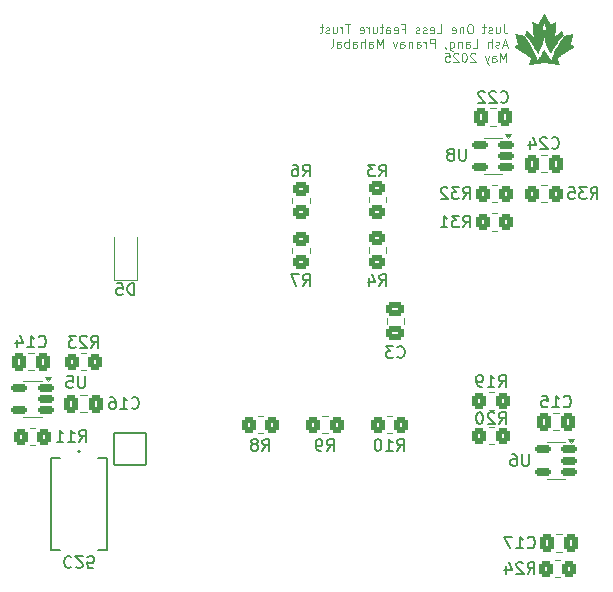
<source format=gbo>
%TF.GenerationSoftware,KiCad,Pcbnew,8.0.9*%
%TF.CreationDate,2025-05-22T10:54:23-04:00*%
%TF.ProjectId,rocket_power_board,726f636b-6574-45f7-906f-7765725f626f,rev?*%
%TF.SameCoordinates,Original*%
%TF.FileFunction,Legend,Bot*%
%TF.FilePolarity,Positive*%
%FSLAX46Y46*%
G04 Gerber Fmt 4.6, Leading zero omitted, Abs format (unit mm)*
G04 Created by KiCad (PCBNEW 8.0.9) date 2025-05-22 10:54:23*
%MOMM*%
%LPD*%
G01*
G04 APERTURE LIST*
G04 Aperture macros list*
%AMRoundRect*
0 Rectangle with rounded corners*
0 $1 Rounding radius*
0 $2 $3 $4 $5 $6 $7 $8 $9 X,Y pos of 4 corners*
0 Add a 4 corners polygon primitive as box body*
4,1,4,$2,$3,$4,$5,$6,$7,$8,$9,$2,$3,0*
0 Add four circle primitives for the rounded corners*
1,1,$1+$1,$2,$3*
1,1,$1+$1,$4,$5*
1,1,$1+$1,$6,$7*
1,1,$1+$1,$8,$9*
0 Add four rect primitives between the rounded corners*
20,1,$1+$1,$2,$3,$4,$5,0*
20,1,$1+$1,$4,$5,$6,$7,0*
20,1,$1+$1,$6,$7,$8,$9,0*
20,1,$1+$1,$8,$9,$2,$3,0*%
G04 Aperture macros list end*
%ADD10C,0.125000*%
%ADD11C,0.150000*%
%ADD12C,0.120000*%
%ADD13C,0.152400*%
%ADD14C,0.010000*%
%ADD15C,2.000000*%
%ADD16C,6.400000*%
%ADD17C,3.800000*%
%ADD18C,1.000000*%
%ADD19RoundRect,0.102000X-1.371600X1.371600X-1.371600X-1.371600X1.371600X-1.371600X1.371600X1.371600X0*%
%ADD20C,2.947200*%
%ADD21C,1.500000*%
%ADD22RoundRect,0.250000X-0.350000X-0.450000X0.350000X-0.450000X0.350000X0.450000X-0.350000X0.450000X0*%
%ADD23RoundRect,0.250000X0.350000X0.450000X-0.350000X0.450000X-0.350000X-0.450000X0.350000X-0.450000X0*%
%ADD24RoundRect,0.250000X-0.337500X-0.475000X0.337500X-0.475000X0.337500X0.475000X-0.337500X0.475000X0*%
%ADD25RoundRect,0.250000X0.337500X0.475000X-0.337500X0.475000X-0.337500X-0.475000X0.337500X-0.475000X0*%
%ADD26RoundRect,0.250000X-0.475000X0.337500X-0.475000X-0.337500X0.475000X-0.337500X0.475000X0.337500X0*%
%ADD27RoundRect,0.150000X0.512500X0.150000X-0.512500X0.150000X-0.512500X-0.150000X0.512500X-0.150000X0*%
%ADD28RoundRect,0.250000X-0.450000X0.350000X-0.450000X-0.350000X0.450000X-0.350000X0.450000X0.350000X0*%
%ADD29RoundRect,0.250000X0.450000X-0.350000X0.450000X0.350000X-0.450000X0.350000X-0.450000X-0.350000X0*%
%ADD30R,2.489200X2.159000*%
%ADD31R,1.200000X1.200000*%
G04 APERTURE END LIST*
D10*
X235744906Y-81826798D02*
X235744906Y-82362512D01*
X235744906Y-82362512D02*
X235780621Y-82469655D01*
X235780621Y-82469655D02*
X235852049Y-82541084D01*
X235852049Y-82541084D02*
X235959192Y-82576798D01*
X235959192Y-82576798D02*
X236030621Y-82576798D01*
X235066335Y-82076798D02*
X235066335Y-82576798D01*
X235387763Y-82076798D02*
X235387763Y-82469655D01*
X235387763Y-82469655D02*
X235352049Y-82541084D01*
X235352049Y-82541084D02*
X235280620Y-82576798D01*
X235280620Y-82576798D02*
X235173477Y-82576798D01*
X235173477Y-82576798D02*
X235102049Y-82541084D01*
X235102049Y-82541084D02*
X235066335Y-82505369D01*
X234744906Y-82541084D02*
X234673478Y-82576798D01*
X234673478Y-82576798D02*
X234530621Y-82576798D01*
X234530621Y-82576798D02*
X234459192Y-82541084D01*
X234459192Y-82541084D02*
X234423478Y-82469655D01*
X234423478Y-82469655D02*
X234423478Y-82433941D01*
X234423478Y-82433941D02*
X234459192Y-82362512D01*
X234459192Y-82362512D02*
X234530621Y-82326798D01*
X234530621Y-82326798D02*
X234637764Y-82326798D01*
X234637764Y-82326798D02*
X234709192Y-82291084D01*
X234709192Y-82291084D02*
X234744906Y-82219655D01*
X234744906Y-82219655D02*
X234744906Y-82183941D01*
X234744906Y-82183941D02*
X234709192Y-82112512D01*
X234709192Y-82112512D02*
X234637764Y-82076798D01*
X234637764Y-82076798D02*
X234530621Y-82076798D01*
X234530621Y-82076798D02*
X234459192Y-82112512D01*
X234209192Y-82076798D02*
X233923478Y-82076798D01*
X234102049Y-81826798D02*
X234102049Y-82469655D01*
X234102049Y-82469655D02*
X234066335Y-82541084D01*
X234066335Y-82541084D02*
X233994906Y-82576798D01*
X233994906Y-82576798D02*
X233923478Y-82576798D01*
X232959192Y-81826798D02*
X232816335Y-81826798D01*
X232816335Y-81826798D02*
X232744906Y-81862512D01*
X232744906Y-81862512D02*
X232673478Y-81933941D01*
X232673478Y-81933941D02*
X232637763Y-82076798D01*
X232637763Y-82076798D02*
X232637763Y-82326798D01*
X232637763Y-82326798D02*
X232673478Y-82469655D01*
X232673478Y-82469655D02*
X232744906Y-82541084D01*
X232744906Y-82541084D02*
X232816335Y-82576798D01*
X232816335Y-82576798D02*
X232959192Y-82576798D01*
X232959192Y-82576798D02*
X233030621Y-82541084D01*
X233030621Y-82541084D02*
X233102049Y-82469655D01*
X233102049Y-82469655D02*
X233137763Y-82326798D01*
X233137763Y-82326798D02*
X233137763Y-82076798D01*
X233137763Y-82076798D02*
X233102049Y-81933941D01*
X233102049Y-81933941D02*
X233030621Y-81862512D01*
X233030621Y-81862512D02*
X232959192Y-81826798D01*
X232316335Y-82076798D02*
X232316335Y-82576798D01*
X232316335Y-82148226D02*
X232280621Y-82112512D01*
X232280621Y-82112512D02*
X232209192Y-82076798D01*
X232209192Y-82076798D02*
X232102049Y-82076798D01*
X232102049Y-82076798D02*
X232030621Y-82112512D01*
X232030621Y-82112512D02*
X231994907Y-82183941D01*
X231994907Y-82183941D02*
X231994907Y-82576798D01*
X231352050Y-82541084D02*
X231423478Y-82576798D01*
X231423478Y-82576798D02*
X231566336Y-82576798D01*
X231566336Y-82576798D02*
X231637764Y-82541084D01*
X231637764Y-82541084D02*
X231673478Y-82469655D01*
X231673478Y-82469655D02*
X231673478Y-82183941D01*
X231673478Y-82183941D02*
X231637764Y-82112512D01*
X231637764Y-82112512D02*
X231566336Y-82076798D01*
X231566336Y-82076798D02*
X231423478Y-82076798D01*
X231423478Y-82076798D02*
X231352050Y-82112512D01*
X231352050Y-82112512D02*
X231316336Y-82183941D01*
X231316336Y-82183941D02*
X231316336Y-82255369D01*
X231316336Y-82255369D02*
X231673478Y-82326798D01*
X230066335Y-82576798D02*
X230423478Y-82576798D01*
X230423478Y-82576798D02*
X230423478Y-81826798D01*
X229530621Y-82541084D02*
X229602049Y-82576798D01*
X229602049Y-82576798D02*
X229744907Y-82576798D01*
X229744907Y-82576798D02*
X229816335Y-82541084D01*
X229816335Y-82541084D02*
X229852049Y-82469655D01*
X229852049Y-82469655D02*
X229852049Y-82183941D01*
X229852049Y-82183941D02*
X229816335Y-82112512D01*
X229816335Y-82112512D02*
X229744907Y-82076798D01*
X229744907Y-82076798D02*
X229602049Y-82076798D01*
X229602049Y-82076798D02*
X229530621Y-82112512D01*
X229530621Y-82112512D02*
X229494907Y-82183941D01*
X229494907Y-82183941D02*
X229494907Y-82255369D01*
X229494907Y-82255369D02*
X229852049Y-82326798D01*
X229209192Y-82541084D02*
X229137764Y-82576798D01*
X229137764Y-82576798D02*
X228994907Y-82576798D01*
X228994907Y-82576798D02*
X228923478Y-82541084D01*
X228923478Y-82541084D02*
X228887764Y-82469655D01*
X228887764Y-82469655D02*
X228887764Y-82433941D01*
X228887764Y-82433941D02*
X228923478Y-82362512D01*
X228923478Y-82362512D02*
X228994907Y-82326798D01*
X228994907Y-82326798D02*
X229102050Y-82326798D01*
X229102050Y-82326798D02*
X229173478Y-82291084D01*
X229173478Y-82291084D02*
X229209192Y-82219655D01*
X229209192Y-82219655D02*
X229209192Y-82183941D01*
X229209192Y-82183941D02*
X229173478Y-82112512D01*
X229173478Y-82112512D02*
X229102050Y-82076798D01*
X229102050Y-82076798D02*
X228994907Y-82076798D01*
X228994907Y-82076798D02*
X228923478Y-82112512D01*
X228602049Y-82541084D02*
X228530621Y-82576798D01*
X228530621Y-82576798D02*
X228387764Y-82576798D01*
X228387764Y-82576798D02*
X228316335Y-82541084D01*
X228316335Y-82541084D02*
X228280621Y-82469655D01*
X228280621Y-82469655D02*
X228280621Y-82433941D01*
X228280621Y-82433941D02*
X228316335Y-82362512D01*
X228316335Y-82362512D02*
X228387764Y-82326798D01*
X228387764Y-82326798D02*
X228494907Y-82326798D01*
X228494907Y-82326798D02*
X228566335Y-82291084D01*
X228566335Y-82291084D02*
X228602049Y-82219655D01*
X228602049Y-82219655D02*
X228602049Y-82183941D01*
X228602049Y-82183941D02*
X228566335Y-82112512D01*
X228566335Y-82112512D02*
X228494907Y-82076798D01*
X228494907Y-82076798D02*
X228387764Y-82076798D01*
X228387764Y-82076798D02*
X228316335Y-82112512D01*
X227137763Y-82183941D02*
X227387763Y-82183941D01*
X227387763Y-82576798D02*
X227387763Y-81826798D01*
X227387763Y-81826798D02*
X227030620Y-81826798D01*
X226459192Y-82541084D02*
X226530620Y-82576798D01*
X226530620Y-82576798D02*
X226673478Y-82576798D01*
X226673478Y-82576798D02*
X226744906Y-82541084D01*
X226744906Y-82541084D02*
X226780620Y-82469655D01*
X226780620Y-82469655D02*
X226780620Y-82183941D01*
X226780620Y-82183941D02*
X226744906Y-82112512D01*
X226744906Y-82112512D02*
X226673478Y-82076798D01*
X226673478Y-82076798D02*
X226530620Y-82076798D01*
X226530620Y-82076798D02*
X226459192Y-82112512D01*
X226459192Y-82112512D02*
X226423478Y-82183941D01*
X226423478Y-82183941D02*
X226423478Y-82255369D01*
X226423478Y-82255369D02*
X226780620Y-82326798D01*
X225780621Y-82576798D02*
X225780621Y-82183941D01*
X225780621Y-82183941D02*
X225816335Y-82112512D01*
X225816335Y-82112512D02*
X225887763Y-82076798D01*
X225887763Y-82076798D02*
X226030621Y-82076798D01*
X226030621Y-82076798D02*
X226102049Y-82112512D01*
X225780621Y-82541084D02*
X225852049Y-82576798D01*
X225852049Y-82576798D02*
X226030621Y-82576798D01*
X226030621Y-82576798D02*
X226102049Y-82541084D01*
X226102049Y-82541084D02*
X226137763Y-82469655D01*
X226137763Y-82469655D02*
X226137763Y-82398226D01*
X226137763Y-82398226D02*
X226102049Y-82326798D01*
X226102049Y-82326798D02*
X226030621Y-82291084D01*
X226030621Y-82291084D02*
X225852049Y-82291084D01*
X225852049Y-82291084D02*
X225780621Y-82255369D01*
X225530621Y-82076798D02*
X225244907Y-82076798D01*
X225423478Y-81826798D02*
X225423478Y-82469655D01*
X225423478Y-82469655D02*
X225387764Y-82541084D01*
X225387764Y-82541084D02*
X225316335Y-82576798D01*
X225316335Y-82576798D02*
X225244907Y-82576798D01*
X224673479Y-82076798D02*
X224673479Y-82576798D01*
X224994907Y-82076798D02*
X224994907Y-82469655D01*
X224994907Y-82469655D02*
X224959193Y-82541084D01*
X224959193Y-82541084D02*
X224887764Y-82576798D01*
X224887764Y-82576798D02*
X224780621Y-82576798D01*
X224780621Y-82576798D02*
X224709193Y-82541084D01*
X224709193Y-82541084D02*
X224673479Y-82505369D01*
X224316336Y-82576798D02*
X224316336Y-82076798D01*
X224316336Y-82219655D02*
X224280622Y-82148226D01*
X224280622Y-82148226D02*
X224244908Y-82112512D01*
X224244908Y-82112512D02*
X224173479Y-82076798D01*
X224173479Y-82076798D02*
X224102050Y-82076798D01*
X223566336Y-82541084D02*
X223637764Y-82576798D01*
X223637764Y-82576798D02*
X223780622Y-82576798D01*
X223780622Y-82576798D02*
X223852050Y-82541084D01*
X223852050Y-82541084D02*
X223887764Y-82469655D01*
X223887764Y-82469655D02*
X223887764Y-82183941D01*
X223887764Y-82183941D02*
X223852050Y-82112512D01*
X223852050Y-82112512D02*
X223780622Y-82076798D01*
X223780622Y-82076798D02*
X223637764Y-82076798D01*
X223637764Y-82076798D02*
X223566336Y-82112512D01*
X223566336Y-82112512D02*
X223530622Y-82183941D01*
X223530622Y-82183941D02*
X223530622Y-82255369D01*
X223530622Y-82255369D02*
X223887764Y-82326798D01*
X222744907Y-81826798D02*
X222316336Y-81826798D01*
X222530621Y-82576798D02*
X222530621Y-81826798D01*
X222066335Y-82576798D02*
X222066335Y-82076798D01*
X222066335Y-82219655D02*
X222030621Y-82148226D01*
X222030621Y-82148226D02*
X221994907Y-82112512D01*
X221994907Y-82112512D02*
X221923478Y-82076798D01*
X221923478Y-82076798D02*
X221852049Y-82076798D01*
X221280621Y-82076798D02*
X221280621Y-82576798D01*
X221602049Y-82076798D02*
X221602049Y-82469655D01*
X221602049Y-82469655D02*
X221566335Y-82541084D01*
X221566335Y-82541084D02*
X221494906Y-82576798D01*
X221494906Y-82576798D02*
X221387763Y-82576798D01*
X221387763Y-82576798D02*
X221316335Y-82541084D01*
X221316335Y-82541084D02*
X221280621Y-82505369D01*
X220959192Y-82541084D02*
X220887764Y-82576798D01*
X220887764Y-82576798D02*
X220744907Y-82576798D01*
X220744907Y-82576798D02*
X220673478Y-82541084D01*
X220673478Y-82541084D02*
X220637764Y-82469655D01*
X220637764Y-82469655D02*
X220637764Y-82433941D01*
X220637764Y-82433941D02*
X220673478Y-82362512D01*
X220673478Y-82362512D02*
X220744907Y-82326798D01*
X220744907Y-82326798D02*
X220852050Y-82326798D01*
X220852050Y-82326798D02*
X220923478Y-82291084D01*
X220923478Y-82291084D02*
X220959192Y-82219655D01*
X220959192Y-82219655D02*
X220959192Y-82183941D01*
X220959192Y-82183941D02*
X220923478Y-82112512D01*
X220923478Y-82112512D02*
X220852050Y-82076798D01*
X220852050Y-82076798D02*
X220744907Y-82076798D01*
X220744907Y-82076798D02*
X220673478Y-82112512D01*
X220423478Y-82076798D02*
X220137764Y-82076798D01*
X220316335Y-81826798D02*
X220316335Y-82469655D01*
X220316335Y-82469655D02*
X220280621Y-82541084D01*
X220280621Y-82541084D02*
X220209192Y-82576798D01*
X220209192Y-82576798D02*
X220137764Y-82576798D01*
X235994906Y-83569970D02*
X235637764Y-83569970D01*
X236066335Y-83784256D02*
X235816335Y-83034256D01*
X235816335Y-83034256D02*
X235566335Y-83784256D01*
X235352049Y-83748542D02*
X235280621Y-83784256D01*
X235280621Y-83784256D02*
X235137764Y-83784256D01*
X235137764Y-83784256D02*
X235066335Y-83748542D01*
X235066335Y-83748542D02*
X235030621Y-83677113D01*
X235030621Y-83677113D02*
X235030621Y-83641399D01*
X235030621Y-83641399D02*
X235066335Y-83569970D01*
X235066335Y-83569970D02*
X235137764Y-83534256D01*
X235137764Y-83534256D02*
X235244907Y-83534256D01*
X235244907Y-83534256D02*
X235316335Y-83498542D01*
X235316335Y-83498542D02*
X235352049Y-83427113D01*
X235352049Y-83427113D02*
X235352049Y-83391399D01*
X235352049Y-83391399D02*
X235316335Y-83319970D01*
X235316335Y-83319970D02*
X235244907Y-83284256D01*
X235244907Y-83284256D02*
X235137764Y-83284256D01*
X235137764Y-83284256D02*
X235066335Y-83319970D01*
X234709192Y-83784256D02*
X234709192Y-83034256D01*
X234387764Y-83784256D02*
X234387764Y-83391399D01*
X234387764Y-83391399D02*
X234423478Y-83319970D01*
X234423478Y-83319970D02*
X234494906Y-83284256D01*
X234494906Y-83284256D02*
X234602049Y-83284256D01*
X234602049Y-83284256D02*
X234673478Y-83319970D01*
X234673478Y-83319970D02*
X234709192Y-83355684D01*
X233102049Y-83784256D02*
X233459192Y-83784256D01*
X233459192Y-83784256D02*
X233459192Y-83034256D01*
X232530621Y-83784256D02*
X232530621Y-83391399D01*
X232530621Y-83391399D02*
X232566335Y-83319970D01*
X232566335Y-83319970D02*
X232637763Y-83284256D01*
X232637763Y-83284256D02*
X232780621Y-83284256D01*
X232780621Y-83284256D02*
X232852049Y-83319970D01*
X232530621Y-83748542D02*
X232602049Y-83784256D01*
X232602049Y-83784256D02*
X232780621Y-83784256D01*
X232780621Y-83784256D02*
X232852049Y-83748542D01*
X232852049Y-83748542D02*
X232887763Y-83677113D01*
X232887763Y-83677113D02*
X232887763Y-83605684D01*
X232887763Y-83605684D02*
X232852049Y-83534256D01*
X232852049Y-83534256D02*
X232780621Y-83498542D01*
X232780621Y-83498542D02*
X232602049Y-83498542D01*
X232602049Y-83498542D02*
X232530621Y-83462827D01*
X232173478Y-83284256D02*
X232173478Y-83784256D01*
X232173478Y-83355684D02*
X232137764Y-83319970D01*
X232137764Y-83319970D02*
X232066335Y-83284256D01*
X232066335Y-83284256D02*
X231959192Y-83284256D01*
X231959192Y-83284256D02*
X231887764Y-83319970D01*
X231887764Y-83319970D02*
X231852050Y-83391399D01*
X231852050Y-83391399D02*
X231852050Y-83784256D01*
X231173479Y-83284256D02*
X231173479Y-83891399D01*
X231173479Y-83891399D02*
X231209193Y-83962827D01*
X231209193Y-83962827D02*
X231244907Y-83998542D01*
X231244907Y-83998542D02*
X231316336Y-84034256D01*
X231316336Y-84034256D02*
X231423479Y-84034256D01*
X231423479Y-84034256D02*
X231494907Y-83998542D01*
X231173479Y-83748542D02*
X231244907Y-83784256D01*
X231244907Y-83784256D02*
X231387764Y-83784256D01*
X231387764Y-83784256D02*
X231459193Y-83748542D01*
X231459193Y-83748542D02*
X231494907Y-83712827D01*
X231494907Y-83712827D02*
X231530621Y-83641399D01*
X231530621Y-83641399D02*
X231530621Y-83427113D01*
X231530621Y-83427113D02*
X231494907Y-83355684D01*
X231494907Y-83355684D02*
X231459193Y-83319970D01*
X231459193Y-83319970D02*
X231387764Y-83284256D01*
X231387764Y-83284256D02*
X231244907Y-83284256D01*
X231244907Y-83284256D02*
X231173479Y-83319970D01*
X230780622Y-83748542D02*
X230780622Y-83784256D01*
X230780622Y-83784256D02*
X230816336Y-83855684D01*
X230816336Y-83855684D02*
X230852050Y-83891399D01*
X229887764Y-83784256D02*
X229887764Y-83034256D01*
X229887764Y-83034256D02*
X229602050Y-83034256D01*
X229602050Y-83034256D02*
X229530621Y-83069970D01*
X229530621Y-83069970D02*
X229494907Y-83105684D01*
X229494907Y-83105684D02*
X229459193Y-83177113D01*
X229459193Y-83177113D02*
X229459193Y-83284256D01*
X229459193Y-83284256D02*
X229494907Y-83355684D01*
X229494907Y-83355684D02*
X229530621Y-83391399D01*
X229530621Y-83391399D02*
X229602050Y-83427113D01*
X229602050Y-83427113D02*
X229887764Y-83427113D01*
X229137764Y-83784256D02*
X229137764Y-83284256D01*
X229137764Y-83427113D02*
X229102050Y-83355684D01*
X229102050Y-83355684D02*
X229066336Y-83319970D01*
X229066336Y-83319970D02*
X228994907Y-83284256D01*
X228994907Y-83284256D02*
X228923478Y-83284256D01*
X228352050Y-83784256D02*
X228352050Y-83391399D01*
X228352050Y-83391399D02*
X228387764Y-83319970D01*
X228387764Y-83319970D02*
X228459192Y-83284256D01*
X228459192Y-83284256D02*
X228602050Y-83284256D01*
X228602050Y-83284256D02*
X228673478Y-83319970D01*
X228352050Y-83748542D02*
X228423478Y-83784256D01*
X228423478Y-83784256D02*
X228602050Y-83784256D01*
X228602050Y-83784256D02*
X228673478Y-83748542D01*
X228673478Y-83748542D02*
X228709192Y-83677113D01*
X228709192Y-83677113D02*
X228709192Y-83605684D01*
X228709192Y-83605684D02*
X228673478Y-83534256D01*
X228673478Y-83534256D02*
X228602050Y-83498542D01*
X228602050Y-83498542D02*
X228423478Y-83498542D01*
X228423478Y-83498542D02*
X228352050Y-83462827D01*
X227994907Y-83284256D02*
X227994907Y-83784256D01*
X227994907Y-83355684D02*
X227959193Y-83319970D01*
X227959193Y-83319970D02*
X227887764Y-83284256D01*
X227887764Y-83284256D02*
X227780621Y-83284256D01*
X227780621Y-83284256D02*
X227709193Y-83319970D01*
X227709193Y-83319970D02*
X227673479Y-83391399D01*
X227673479Y-83391399D02*
X227673479Y-83784256D01*
X226994908Y-83784256D02*
X226994908Y-83391399D01*
X226994908Y-83391399D02*
X227030622Y-83319970D01*
X227030622Y-83319970D02*
X227102050Y-83284256D01*
X227102050Y-83284256D02*
X227244908Y-83284256D01*
X227244908Y-83284256D02*
X227316336Y-83319970D01*
X226994908Y-83748542D02*
X227066336Y-83784256D01*
X227066336Y-83784256D02*
X227244908Y-83784256D01*
X227244908Y-83784256D02*
X227316336Y-83748542D01*
X227316336Y-83748542D02*
X227352050Y-83677113D01*
X227352050Y-83677113D02*
X227352050Y-83605684D01*
X227352050Y-83605684D02*
X227316336Y-83534256D01*
X227316336Y-83534256D02*
X227244908Y-83498542D01*
X227244908Y-83498542D02*
X227066336Y-83498542D01*
X227066336Y-83498542D02*
X226994908Y-83462827D01*
X226709194Y-83284256D02*
X226530622Y-83784256D01*
X226530622Y-83784256D02*
X226352051Y-83284256D01*
X225494907Y-83784256D02*
X225494907Y-83034256D01*
X225494907Y-83034256D02*
X225244907Y-83569970D01*
X225244907Y-83569970D02*
X224994907Y-83034256D01*
X224994907Y-83034256D02*
X224994907Y-83784256D01*
X224316336Y-83784256D02*
X224316336Y-83391399D01*
X224316336Y-83391399D02*
X224352050Y-83319970D01*
X224352050Y-83319970D02*
X224423478Y-83284256D01*
X224423478Y-83284256D02*
X224566336Y-83284256D01*
X224566336Y-83284256D02*
X224637764Y-83319970D01*
X224316336Y-83748542D02*
X224387764Y-83784256D01*
X224387764Y-83784256D02*
X224566336Y-83784256D01*
X224566336Y-83784256D02*
X224637764Y-83748542D01*
X224637764Y-83748542D02*
X224673478Y-83677113D01*
X224673478Y-83677113D02*
X224673478Y-83605684D01*
X224673478Y-83605684D02*
X224637764Y-83534256D01*
X224637764Y-83534256D02*
X224566336Y-83498542D01*
X224566336Y-83498542D02*
X224387764Y-83498542D01*
X224387764Y-83498542D02*
X224316336Y-83462827D01*
X223959193Y-83784256D02*
X223959193Y-83034256D01*
X223637765Y-83784256D02*
X223637765Y-83391399D01*
X223637765Y-83391399D02*
X223673479Y-83319970D01*
X223673479Y-83319970D02*
X223744907Y-83284256D01*
X223744907Y-83284256D02*
X223852050Y-83284256D01*
X223852050Y-83284256D02*
X223923479Y-83319970D01*
X223923479Y-83319970D02*
X223959193Y-83355684D01*
X222959194Y-83784256D02*
X222959194Y-83391399D01*
X222959194Y-83391399D02*
X222994908Y-83319970D01*
X222994908Y-83319970D02*
X223066336Y-83284256D01*
X223066336Y-83284256D02*
X223209194Y-83284256D01*
X223209194Y-83284256D02*
X223280622Y-83319970D01*
X222959194Y-83748542D02*
X223030622Y-83784256D01*
X223030622Y-83784256D02*
X223209194Y-83784256D01*
X223209194Y-83784256D02*
X223280622Y-83748542D01*
X223280622Y-83748542D02*
X223316336Y-83677113D01*
X223316336Y-83677113D02*
X223316336Y-83605684D01*
X223316336Y-83605684D02*
X223280622Y-83534256D01*
X223280622Y-83534256D02*
X223209194Y-83498542D01*
X223209194Y-83498542D02*
X223030622Y-83498542D01*
X223030622Y-83498542D02*
X222959194Y-83462827D01*
X222602051Y-83784256D02*
X222602051Y-83034256D01*
X222602051Y-83319970D02*
X222530623Y-83284256D01*
X222530623Y-83284256D02*
X222387765Y-83284256D01*
X222387765Y-83284256D02*
X222316337Y-83319970D01*
X222316337Y-83319970D02*
X222280623Y-83355684D01*
X222280623Y-83355684D02*
X222244908Y-83427113D01*
X222244908Y-83427113D02*
X222244908Y-83641399D01*
X222244908Y-83641399D02*
X222280623Y-83712827D01*
X222280623Y-83712827D02*
X222316337Y-83748542D01*
X222316337Y-83748542D02*
X222387765Y-83784256D01*
X222387765Y-83784256D02*
X222530623Y-83784256D01*
X222530623Y-83784256D02*
X222602051Y-83748542D01*
X221602052Y-83784256D02*
X221602052Y-83391399D01*
X221602052Y-83391399D02*
X221637766Y-83319970D01*
X221637766Y-83319970D02*
X221709194Y-83284256D01*
X221709194Y-83284256D02*
X221852052Y-83284256D01*
X221852052Y-83284256D02*
X221923480Y-83319970D01*
X221602052Y-83748542D02*
X221673480Y-83784256D01*
X221673480Y-83784256D02*
X221852052Y-83784256D01*
X221852052Y-83784256D02*
X221923480Y-83748542D01*
X221923480Y-83748542D02*
X221959194Y-83677113D01*
X221959194Y-83677113D02*
X221959194Y-83605684D01*
X221959194Y-83605684D02*
X221923480Y-83534256D01*
X221923480Y-83534256D02*
X221852052Y-83498542D01*
X221852052Y-83498542D02*
X221673480Y-83498542D01*
X221673480Y-83498542D02*
X221602052Y-83462827D01*
X221137766Y-83784256D02*
X221209195Y-83748542D01*
X221209195Y-83748542D02*
X221244909Y-83677113D01*
X221244909Y-83677113D02*
X221244909Y-83034256D01*
X235959192Y-84991714D02*
X235959192Y-84241714D01*
X235959192Y-84241714D02*
X235709192Y-84777428D01*
X235709192Y-84777428D02*
X235459192Y-84241714D01*
X235459192Y-84241714D02*
X235459192Y-84991714D01*
X234780621Y-84991714D02*
X234780621Y-84598857D01*
X234780621Y-84598857D02*
X234816335Y-84527428D01*
X234816335Y-84527428D02*
X234887763Y-84491714D01*
X234887763Y-84491714D02*
X235030621Y-84491714D01*
X235030621Y-84491714D02*
X235102049Y-84527428D01*
X234780621Y-84956000D02*
X234852049Y-84991714D01*
X234852049Y-84991714D02*
X235030621Y-84991714D01*
X235030621Y-84991714D02*
X235102049Y-84956000D01*
X235102049Y-84956000D02*
X235137763Y-84884571D01*
X235137763Y-84884571D02*
X235137763Y-84813142D01*
X235137763Y-84813142D02*
X235102049Y-84741714D01*
X235102049Y-84741714D02*
X235030621Y-84706000D01*
X235030621Y-84706000D02*
X234852049Y-84706000D01*
X234852049Y-84706000D02*
X234780621Y-84670285D01*
X234494907Y-84491714D02*
X234316335Y-84991714D01*
X234137764Y-84491714D02*
X234316335Y-84991714D01*
X234316335Y-84991714D02*
X234387764Y-85170285D01*
X234387764Y-85170285D02*
X234423478Y-85206000D01*
X234423478Y-85206000D02*
X234494907Y-85241714D01*
X233316334Y-84313142D02*
X233280620Y-84277428D01*
X233280620Y-84277428D02*
X233209192Y-84241714D01*
X233209192Y-84241714D02*
X233030620Y-84241714D01*
X233030620Y-84241714D02*
X232959192Y-84277428D01*
X232959192Y-84277428D02*
X232923477Y-84313142D01*
X232923477Y-84313142D02*
X232887763Y-84384571D01*
X232887763Y-84384571D02*
X232887763Y-84456000D01*
X232887763Y-84456000D02*
X232923477Y-84563142D01*
X232923477Y-84563142D02*
X233352049Y-84991714D01*
X233352049Y-84991714D02*
X232887763Y-84991714D01*
X232423477Y-84241714D02*
X232352048Y-84241714D01*
X232352048Y-84241714D02*
X232280620Y-84277428D01*
X232280620Y-84277428D02*
X232244906Y-84313142D01*
X232244906Y-84313142D02*
X232209191Y-84384571D01*
X232209191Y-84384571D02*
X232173477Y-84527428D01*
X232173477Y-84527428D02*
X232173477Y-84706000D01*
X232173477Y-84706000D02*
X232209191Y-84848857D01*
X232209191Y-84848857D02*
X232244906Y-84920285D01*
X232244906Y-84920285D02*
X232280620Y-84956000D01*
X232280620Y-84956000D02*
X232352048Y-84991714D01*
X232352048Y-84991714D02*
X232423477Y-84991714D01*
X232423477Y-84991714D02*
X232494906Y-84956000D01*
X232494906Y-84956000D02*
X232530620Y-84920285D01*
X232530620Y-84920285D02*
X232566334Y-84848857D01*
X232566334Y-84848857D02*
X232602048Y-84706000D01*
X232602048Y-84706000D02*
X232602048Y-84527428D01*
X232602048Y-84527428D02*
X232566334Y-84384571D01*
X232566334Y-84384571D02*
X232530620Y-84313142D01*
X232530620Y-84313142D02*
X232494906Y-84277428D01*
X232494906Y-84277428D02*
X232423477Y-84241714D01*
X231887762Y-84313142D02*
X231852048Y-84277428D01*
X231852048Y-84277428D02*
X231780620Y-84241714D01*
X231780620Y-84241714D02*
X231602048Y-84241714D01*
X231602048Y-84241714D02*
X231530620Y-84277428D01*
X231530620Y-84277428D02*
X231494905Y-84313142D01*
X231494905Y-84313142D02*
X231459191Y-84384571D01*
X231459191Y-84384571D02*
X231459191Y-84456000D01*
X231459191Y-84456000D02*
X231494905Y-84563142D01*
X231494905Y-84563142D02*
X231923477Y-84991714D01*
X231923477Y-84991714D02*
X231459191Y-84991714D01*
X230780619Y-84241714D02*
X231137762Y-84241714D01*
X231137762Y-84241714D02*
X231173476Y-84598857D01*
X231173476Y-84598857D02*
X231137762Y-84563142D01*
X231137762Y-84563142D02*
X231066334Y-84527428D01*
X231066334Y-84527428D02*
X230887762Y-84527428D01*
X230887762Y-84527428D02*
X230816334Y-84563142D01*
X230816334Y-84563142D02*
X230780619Y-84598857D01*
X230780619Y-84598857D02*
X230744905Y-84670285D01*
X230744905Y-84670285D02*
X230744905Y-84848857D01*
X230744905Y-84848857D02*
X230780619Y-84920285D01*
X230780619Y-84920285D02*
X230816334Y-84956000D01*
X230816334Y-84956000D02*
X230887762Y-84991714D01*
X230887762Y-84991714D02*
X231066334Y-84991714D01*
X231066334Y-84991714D02*
X231137762Y-84956000D01*
X231137762Y-84956000D02*
X231173476Y-84920285D01*
D11*
X232296357Y-96593819D02*
X232629690Y-96117628D01*
X232867785Y-96593819D02*
X232867785Y-95593819D01*
X232867785Y-95593819D02*
X232486833Y-95593819D01*
X232486833Y-95593819D02*
X232391595Y-95641438D01*
X232391595Y-95641438D02*
X232343976Y-95689057D01*
X232343976Y-95689057D02*
X232296357Y-95784295D01*
X232296357Y-95784295D02*
X232296357Y-95927152D01*
X232296357Y-95927152D02*
X232343976Y-96022390D01*
X232343976Y-96022390D02*
X232391595Y-96070009D01*
X232391595Y-96070009D02*
X232486833Y-96117628D01*
X232486833Y-96117628D02*
X232867785Y-96117628D01*
X231963023Y-95593819D02*
X231343976Y-95593819D01*
X231343976Y-95593819D02*
X231677309Y-95974771D01*
X231677309Y-95974771D02*
X231534452Y-95974771D01*
X231534452Y-95974771D02*
X231439214Y-96022390D01*
X231439214Y-96022390D02*
X231391595Y-96070009D01*
X231391595Y-96070009D02*
X231343976Y-96165247D01*
X231343976Y-96165247D02*
X231343976Y-96403342D01*
X231343976Y-96403342D02*
X231391595Y-96498580D01*
X231391595Y-96498580D02*
X231439214Y-96546200D01*
X231439214Y-96546200D02*
X231534452Y-96593819D01*
X231534452Y-96593819D02*
X231820166Y-96593819D01*
X231820166Y-96593819D02*
X231915404Y-96546200D01*
X231915404Y-96546200D02*
X231963023Y-96498580D01*
X230963023Y-95689057D02*
X230915404Y-95641438D01*
X230915404Y-95641438D02*
X230820166Y-95593819D01*
X230820166Y-95593819D02*
X230582071Y-95593819D01*
X230582071Y-95593819D02*
X230486833Y-95641438D01*
X230486833Y-95641438D02*
X230439214Y-95689057D01*
X230439214Y-95689057D02*
X230391595Y-95784295D01*
X230391595Y-95784295D02*
X230391595Y-95879533D01*
X230391595Y-95879533D02*
X230439214Y-96022390D01*
X230439214Y-96022390D02*
X231010642Y-96593819D01*
X231010642Y-96593819D02*
X230391595Y-96593819D01*
X235317357Y-112501819D02*
X235650690Y-112025628D01*
X235888785Y-112501819D02*
X235888785Y-111501819D01*
X235888785Y-111501819D02*
X235507833Y-111501819D01*
X235507833Y-111501819D02*
X235412595Y-111549438D01*
X235412595Y-111549438D02*
X235364976Y-111597057D01*
X235364976Y-111597057D02*
X235317357Y-111692295D01*
X235317357Y-111692295D02*
X235317357Y-111835152D01*
X235317357Y-111835152D02*
X235364976Y-111930390D01*
X235364976Y-111930390D02*
X235412595Y-111978009D01*
X235412595Y-111978009D02*
X235507833Y-112025628D01*
X235507833Y-112025628D02*
X235888785Y-112025628D01*
X234364976Y-112501819D02*
X234936404Y-112501819D01*
X234650690Y-112501819D02*
X234650690Y-111501819D01*
X234650690Y-111501819D02*
X234745928Y-111644676D01*
X234745928Y-111644676D02*
X234841166Y-111739914D01*
X234841166Y-111739914D02*
X234936404Y-111787533D01*
X233888785Y-112501819D02*
X233698309Y-112501819D01*
X233698309Y-112501819D02*
X233603071Y-112454200D01*
X233603071Y-112454200D02*
X233555452Y-112406580D01*
X233555452Y-112406580D02*
X233460214Y-112263723D01*
X233460214Y-112263723D02*
X233412595Y-112073247D01*
X233412595Y-112073247D02*
X233412595Y-111692295D01*
X233412595Y-111692295D02*
X233460214Y-111597057D01*
X233460214Y-111597057D02*
X233507833Y-111549438D01*
X233507833Y-111549438D02*
X233603071Y-111501819D01*
X233603071Y-111501819D02*
X233793547Y-111501819D01*
X233793547Y-111501819D02*
X233888785Y-111549438D01*
X233888785Y-111549438D02*
X233936404Y-111597057D01*
X233936404Y-111597057D02*
X233984023Y-111692295D01*
X233984023Y-111692295D02*
X233984023Y-111930390D01*
X233984023Y-111930390D02*
X233936404Y-112025628D01*
X233936404Y-112025628D02*
X233888785Y-112073247D01*
X233888785Y-112073247D02*
X233793547Y-112120866D01*
X233793547Y-112120866D02*
X233603071Y-112120866D01*
X233603071Y-112120866D02*
X233507833Y-112073247D01*
X233507833Y-112073247D02*
X233460214Y-112025628D01*
X233460214Y-112025628D02*
X233412595Y-111930390D01*
X240799857Y-114151580D02*
X240847476Y-114199200D01*
X240847476Y-114199200D02*
X240990333Y-114246819D01*
X240990333Y-114246819D02*
X241085571Y-114246819D01*
X241085571Y-114246819D02*
X241228428Y-114199200D01*
X241228428Y-114199200D02*
X241323666Y-114103961D01*
X241323666Y-114103961D02*
X241371285Y-114008723D01*
X241371285Y-114008723D02*
X241418904Y-113818247D01*
X241418904Y-113818247D02*
X241418904Y-113675390D01*
X241418904Y-113675390D02*
X241371285Y-113484914D01*
X241371285Y-113484914D02*
X241323666Y-113389676D01*
X241323666Y-113389676D02*
X241228428Y-113294438D01*
X241228428Y-113294438D02*
X241085571Y-113246819D01*
X241085571Y-113246819D02*
X240990333Y-113246819D01*
X240990333Y-113246819D02*
X240847476Y-113294438D01*
X240847476Y-113294438D02*
X240799857Y-113342057D01*
X239847476Y-114246819D02*
X240418904Y-114246819D01*
X240133190Y-114246819D02*
X240133190Y-113246819D01*
X240133190Y-113246819D02*
X240228428Y-113389676D01*
X240228428Y-113389676D02*
X240323666Y-113484914D01*
X240323666Y-113484914D02*
X240418904Y-113532533D01*
X238942714Y-113246819D02*
X239418904Y-113246819D01*
X239418904Y-113246819D02*
X239466523Y-113723009D01*
X239466523Y-113723009D02*
X239418904Y-113675390D01*
X239418904Y-113675390D02*
X239323666Y-113627771D01*
X239323666Y-113627771D02*
X239085571Y-113627771D01*
X239085571Y-113627771D02*
X238990333Y-113675390D01*
X238990333Y-113675390D02*
X238942714Y-113723009D01*
X238942714Y-113723009D02*
X238895095Y-113818247D01*
X238895095Y-113818247D02*
X238895095Y-114056342D01*
X238895095Y-114056342D02*
X238942714Y-114151580D01*
X238942714Y-114151580D02*
X238990333Y-114199200D01*
X238990333Y-114199200D02*
X239085571Y-114246819D01*
X239085571Y-114246819D02*
X239323666Y-114246819D01*
X239323666Y-114246819D02*
X239418904Y-114199200D01*
X239418904Y-114199200D02*
X239466523Y-114151580D01*
X204223857Y-114278580D02*
X204271476Y-114326200D01*
X204271476Y-114326200D02*
X204414333Y-114373819D01*
X204414333Y-114373819D02*
X204509571Y-114373819D01*
X204509571Y-114373819D02*
X204652428Y-114326200D01*
X204652428Y-114326200D02*
X204747666Y-114230961D01*
X204747666Y-114230961D02*
X204795285Y-114135723D01*
X204795285Y-114135723D02*
X204842904Y-113945247D01*
X204842904Y-113945247D02*
X204842904Y-113802390D01*
X204842904Y-113802390D02*
X204795285Y-113611914D01*
X204795285Y-113611914D02*
X204747666Y-113516676D01*
X204747666Y-113516676D02*
X204652428Y-113421438D01*
X204652428Y-113421438D02*
X204509571Y-113373819D01*
X204509571Y-113373819D02*
X204414333Y-113373819D01*
X204414333Y-113373819D02*
X204271476Y-113421438D01*
X204271476Y-113421438D02*
X204223857Y-113469057D01*
X203271476Y-114373819D02*
X203842904Y-114373819D01*
X203557190Y-114373819D02*
X203557190Y-113373819D01*
X203557190Y-113373819D02*
X203652428Y-113516676D01*
X203652428Y-113516676D02*
X203747666Y-113611914D01*
X203747666Y-113611914D02*
X203842904Y-113659533D01*
X202414333Y-113373819D02*
X202604809Y-113373819D01*
X202604809Y-113373819D02*
X202700047Y-113421438D01*
X202700047Y-113421438D02*
X202747666Y-113469057D01*
X202747666Y-113469057D02*
X202842904Y-113611914D01*
X202842904Y-113611914D02*
X202890523Y-113802390D01*
X202890523Y-113802390D02*
X202890523Y-114183342D01*
X202890523Y-114183342D02*
X202842904Y-114278580D01*
X202842904Y-114278580D02*
X202795285Y-114326200D01*
X202795285Y-114326200D02*
X202700047Y-114373819D01*
X202700047Y-114373819D02*
X202509571Y-114373819D01*
X202509571Y-114373819D02*
X202414333Y-114326200D01*
X202414333Y-114326200D02*
X202366714Y-114278580D01*
X202366714Y-114278580D02*
X202319095Y-114183342D01*
X202319095Y-114183342D02*
X202319095Y-113945247D01*
X202319095Y-113945247D02*
X202366714Y-113850009D01*
X202366714Y-113850009D02*
X202414333Y-113802390D01*
X202414333Y-113802390D02*
X202509571Y-113754771D01*
X202509571Y-113754771D02*
X202700047Y-113754771D01*
X202700047Y-113754771D02*
X202795285Y-113802390D01*
X202795285Y-113802390D02*
X202842904Y-113850009D01*
X202842904Y-113850009D02*
X202890523Y-113945247D01*
X226734666Y-109960580D02*
X226782285Y-110008200D01*
X226782285Y-110008200D02*
X226925142Y-110055819D01*
X226925142Y-110055819D02*
X227020380Y-110055819D01*
X227020380Y-110055819D02*
X227163237Y-110008200D01*
X227163237Y-110008200D02*
X227258475Y-109912961D01*
X227258475Y-109912961D02*
X227306094Y-109817723D01*
X227306094Y-109817723D02*
X227353713Y-109627247D01*
X227353713Y-109627247D02*
X227353713Y-109484390D01*
X227353713Y-109484390D02*
X227306094Y-109293914D01*
X227306094Y-109293914D02*
X227258475Y-109198676D01*
X227258475Y-109198676D02*
X227163237Y-109103438D01*
X227163237Y-109103438D02*
X227020380Y-109055819D01*
X227020380Y-109055819D02*
X226925142Y-109055819D01*
X226925142Y-109055819D02*
X226782285Y-109103438D01*
X226782285Y-109103438D02*
X226734666Y-109151057D01*
X226401332Y-109055819D02*
X225782285Y-109055819D01*
X225782285Y-109055819D02*
X226115618Y-109436771D01*
X226115618Y-109436771D02*
X225972761Y-109436771D01*
X225972761Y-109436771D02*
X225877523Y-109484390D01*
X225877523Y-109484390D02*
X225829904Y-109532009D01*
X225829904Y-109532009D02*
X225782285Y-109627247D01*
X225782285Y-109627247D02*
X225782285Y-109865342D01*
X225782285Y-109865342D02*
X225829904Y-109960580D01*
X225829904Y-109960580D02*
X225877523Y-110008200D01*
X225877523Y-110008200D02*
X225972761Y-110055819D01*
X225972761Y-110055819D02*
X226258475Y-110055819D01*
X226258475Y-110055819D02*
X226353713Y-110008200D01*
X226353713Y-110008200D02*
X226401332Y-109960580D01*
X200794857Y-109196819D02*
X201128190Y-108720628D01*
X201366285Y-109196819D02*
X201366285Y-108196819D01*
X201366285Y-108196819D02*
X200985333Y-108196819D01*
X200985333Y-108196819D02*
X200890095Y-108244438D01*
X200890095Y-108244438D02*
X200842476Y-108292057D01*
X200842476Y-108292057D02*
X200794857Y-108387295D01*
X200794857Y-108387295D02*
X200794857Y-108530152D01*
X200794857Y-108530152D02*
X200842476Y-108625390D01*
X200842476Y-108625390D02*
X200890095Y-108673009D01*
X200890095Y-108673009D02*
X200985333Y-108720628D01*
X200985333Y-108720628D02*
X201366285Y-108720628D01*
X200413904Y-108292057D02*
X200366285Y-108244438D01*
X200366285Y-108244438D02*
X200271047Y-108196819D01*
X200271047Y-108196819D02*
X200032952Y-108196819D01*
X200032952Y-108196819D02*
X199937714Y-108244438D01*
X199937714Y-108244438D02*
X199890095Y-108292057D01*
X199890095Y-108292057D02*
X199842476Y-108387295D01*
X199842476Y-108387295D02*
X199842476Y-108482533D01*
X199842476Y-108482533D02*
X199890095Y-108625390D01*
X199890095Y-108625390D02*
X200461523Y-109196819D01*
X200461523Y-109196819D02*
X199842476Y-109196819D01*
X199509142Y-108196819D02*
X198890095Y-108196819D01*
X198890095Y-108196819D02*
X199223428Y-108577771D01*
X199223428Y-108577771D02*
X199080571Y-108577771D01*
X199080571Y-108577771D02*
X198985333Y-108625390D01*
X198985333Y-108625390D02*
X198937714Y-108673009D01*
X198937714Y-108673009D02*
X198890095Y-108768247D01*
X198890095Y-108768247D02*
X198890095Y-109006342D01*
X198890095Y-109006342D02*
X198937714Y-109101580D01*
X198937714Y-109101580D02*
X198985333Y-109149200D01*
X198985333Y-109149200D02*
X199080571Y-109196819D01*
X199080571Y-109196819D02*
X199366285Y-109196819D01*
X199366285Y-109196819D02*
X199461523Y-109149200D01*
X199461523Y-109149200D02*
X199509142Y-109101580D01*
X239783857Y-92278580D02*
X239831476Y-92326200D01*
X239831476Y-92326200D02*
X239974333Y-92373819D01*
X239974333Y-92373819D02*
X240069571Y-92373819D01*
X240069571Y-92373819D02*
X240212428Y-92326200D01*
X240212428Y-92326200D02*
X240307666Y-92230961D01*
X240307666Y-92230961D02*
X240355285Y-92135723D01*
X240355285Y-92135723D02*
X240402904Y-91945247D01*
X240402904Y-91945247D02*
X240402904Y-91802390D01*
X240402904Y-91802390D02*
X240355285Y-91611914D01*
X240355285Y-91611914D02*
X240307666Y-91516676D01*
X240307666Y-91516676D02*
X240212428Y-91421438D01*
X240212428Y-91421438D02*
X240069571Y-91373819D01*
X240069571Y-91373819D02*
X239974333Y-91373819D01*
X239974333Y-91373819D02*
X239831476Y-91421438D01*
X239831476Y-91421438D02*
X239783857Y-91469057D01*
X239402904Y-91469057D02*
X239355285Y-91421438D01*
X239355285Y-91421438D02*
X239260047Y-91373819D01*
X239260047Y-91373819D02*
X239021952Y-91373819D01*
X239021952Y-91373819D02*
X238926714Y-91421438D01*
X238926714Y-91421438D02*
X238879095Y-91469057D01*
X238879095Y-91469057D02*
X238831476Y-91564295D01*
X238831476Y-91564295D02*
X238831476Y-91659533D01*
X238831476Y-91659533D02*
X238879095Y-91802390D01*
X238879095Y-91802390D02*
X239450523Y-92373819D01*
X239450523Y-92373819D02*
X238831476Y-92373819D01*
X237974333Y-91707152D02*
X237974333Y-92373819D01*
X238212428Y-91326200D02*
X238450523Y-92040485D01*
X238450523Y-92040485D02*
X237831476Y-92040485D01*
X232542404Y-92357819D02*
X232542404Y-93167342D01*
X232542404Y-93167342D02*
X232494785Y-93262580D01*
X232494785Y-93262580D02*
X232447166Y-93310200D01*
X232447166Y-93310200D02*
X232351928Y-93357819D01*
X232351928Y-93357819D02*
X232161452Y-93357819D01*
X232161452Y-93357819D02*
X232066214Y-93310200D01*
X232066214Y-93310200D02*
X232018595Y-93262580D01*
X232018595Y-93262580D02*
X231970976Y-93167342D01*
X231970976Y-93167342D02*
X231970976Y-92357819D01*
X231351928Y-92786390D02*
X231447166Y-92738771D01*
X231447166Y-92738771D02*
X231494785Y-92691152D01*
X231494785Y-92691152D02*
X231542404Y-92595914D01*
X231542404Y-92595914D02*
X231542404Y-92548295D01*
X231542404Y-92548295D02*
X231494785Y-92453057D01*
X231494785Y-92453057D02*
X231447166Y-92405438D01*
X231447166Y-92405438D02*
X231351928Y-92357819D01*
X231351928Y-92357819D02*
X231161452Y-92357819D01*
X231161452Y-92357819D02*
X231066214Y-92405438D01*
X231066214Y-92405438D02*
X231018595Y-92453057D01*
X231018595Y-92453057D02*
X230970976Y-92548295D01*
X230970976Y-92548295D02*
X230970976Y-92595914D01*
X230970976Y-92595914D02*
X231018595Y-92691152D01*
X231018595Y-92691152D02*
X231066214Y-92738771D01*
X231066214Y-92738771D02*
X231161452Y-92786390D01*
X231161452Y-92786390D02*
X231351928Y-92786390D01*
X231351928Y-92786390D02*
X231447166Y-92834009D01*
X231447166Y-92834009D02*
X231494785Y-92881628D01*
X231494785Y-92881628D02*
X231542404Y-92976866D01*
X231542404Y-92976866D02*
X231542404Y-93167342D01*
X231542404Y-93167342D02*
X231494785Y-93262580D01*
X231494785Y-93262580D02*
X231447166Y-93310200D01*
X231447166Y-93310200D02*
X231351928Y-93357819D01*
X231351928Y-93357819D02*
X231161452Y-93357819D01*
X231161452Y-93357819D02*
X231066214Y-93310200D01*
X231066214Y-93310200D02*
X231018595Y-93262580D01*
X231018595Y-93262580D02*
X230970976Y-93167342D01*
X230970976Y-93167342D02*
X230970976Y-92976866D01*
X230970976Y-92976866D02*
X231018595Y-92881628D01*
X231018595Y-92881628D02*
X231066214Y-92834009D01*
X231066214Y-92834009D02*
X231161452Y-92786390D01*
X200278904Y-111595819D02*
X200278904Y-112405342D01*
X200278904Y-112405342D02*
X200231285Y-112500580D01*
X200231285Y-112500580D02*
X200183666Y-112548200D01*
X200183666Y-112548200D02*
X200088428Y-112595819D01*
X200088428Y-112595819D02*
X199897952Y-112595819D01*
X199897952Y-112595819D02*
X199802714Y-112548200D01*
X199802714Y-112548200D02*
X199755095Y-112500580D01*
X199755095Y-112500580D02*
X199707476Y-112405342D01*
X199707476Y-112405342D02*
X199707476Y-111595819D01*
X198755095Y-111595819D02*
X199231285Y-111595819D01*
X199231285Y-111595819D02*
X199278904Y-112072009D01*
X199278904Y-112072009D02*
X199231285Y-112024390D01*
X199231285Y-112024390D02*
X199136047Y-111976771D01*
X199136047Y-111976771D02*
X198897952Y-111976771D01*
X198897952Y-111976771D02*
X198802714Y-112024390D01*
X198802714Y-112024390D02*
X198755095Y-112072009D01*
X198755095Y-112072009D02*
X198707476Y-112167247D01*
X198707476Y-112167247D02*
X198707476Y-112405342D01*
X198707476Y-112405342D02*
X198755095Y-112500580D01*
X198755095Y-112500580D02*
X198802714Y-112548200D01*
X198802714Y-112548200D02*
X198897952Y-112595819D01*
X198897952Y-112595819D02*
X199136047Y-112595819D01*
X199136047Y-112595819D02*
X199231285Y-112548200D01*
X199231285Y-112548200D02*
X199278904Y-112500580D01*
X220765666Y-117929819D02*
X221098999Y-117453628D01*
X221337094Y-117929819D02*
X221337094Y-116929819D01*
X221337094Y-116929819D02*
X220956142Y-116929819D01*
X220956142Y-116929819D02*
X220860904Y-116977438D01*
X220860904Y-116977438D02*
X220813285Y-117025057D01*
X220813285Y-117025057D02*
X220765666Y-117120295D01*
X220765666Y-117120295D02*
X220765666Y-117263152D01*
X220765666Y-117263152D02*
X220813285Y-117358390D01*
X220813285Y-117358390D02*
X220860904Y-117406009D01*
X220860904Y-117406009D02*
X220956142Y-117453628D01*
X220956142Y-117453628D02*
X221337094Y-117453628D01*
X220289475Y-117929819D02*
X220098999Y-117929819D01*
X220098999Y-117929819D02*
X220003761Y-117882200D01*
X220003761Y-117882200D02*
X219956142Y-117834580D01*
X219956142Y-117834580D02*
X219860904Y-117691723D01*
X219860904Y-117691723D02*
X219813285Y-117501247D01*
X219813285Y-117501247D02*
X219813285Y-117120295D01*
X219813285Y-117120295D02*
X219860904Y-117025057D01*
X219860904Y-117025057D02*
X219908523Y-116977438D01*
X219908523Y-116977438D02*
X220003761Y-116929819D01*
X220003761Y-116929819D02*
X220194237Y-116929819D01*
X220194237Y-116929819D02*
X220289475Y-116977438D01*
X220289475Y-116977438D02*
X220337094Y-117025057D01*
X220337094Y-117025057D02*
X220384713Y-117120295D01*
X220384713Y-117120295D02*
X220384713Y-117358390D01*
X220384713Y-117358390D02*
X220337094Y-117453628D01*
X220337094Y-117453628D02*
X220289475Y-117501247D01*
X220289475Y-117501247D02*
X220194237Y-117548866D01*
X220194237Y-117548866D02*
X220003761Y-117548866D01*
X220003761Y-117548866D02*
X219908523Y-117501247D01*
X219908523Y-117501247D02*
X219860904Y-117453628D01*
X219860904Y-117453628D02*
X219813285Y-117358390D01*
X218733666Y-94688819D02*
X219066999Y-94212628D01*
X219305094Y-94688819D02*
X219305094Y-93688819D01*
X219305094Y-93688819D02*
X218924142Y-93688819D01*
X218924142Y-93688819D02*
X218828904Y-93736438D01*
X218828904Y-93736438D02*
X218781285Y-93784057D01*
X218781285Y-93784057D02*
X218733666Y-93879295D01*
X218733666Y-93879295D02*
X218733666Y-94022152D01*
X218733666Y-94022152D02*
X218781285Y-94117390D01*
X218781285Y-94117390D02*
X218828904Y-94165009D01*
X218828904Y-94165009D02*
X218924142Y-94212628D01*
X218924142Y-94212628D02*
X219305094Y-94212628D01*
X217876523Y-93688819D02*
X218066999Y-93688819D01*
X218066999Y-93688819D02*
X218162237Y-93736438D01*
X218162237Y-93736438D02*
X218209856Y-93784057D01*
X218209856Y-93784057D02*
X218305094Y-93926914D01*
X218305094Y-93926914D02*
X218352713Y-94117390D01*
X218352713Y-94117390D02*
X218352713Y-94498342D01*
X218352713Y-94498342D02*
X218305094Y-94593580D01*
X218305094Y-94593580D02*
X218257475Y-94641200D01*
X218257475Y-94641200D02*
X218162237Y-94688819D01*
X218162237Y-94688819D02*
X217971761Y-94688819D01*
X217971761Y-94688819D02*
X217876523Y-94641200D01*
X217876523Y-94641200D02*
X217828904Y-94593580D01*
X217828904Y-94593580D02*
X217781285Y-94498342D01*
X217781285Y-94498342D02*
X217781285Y-94260247D01*
X217781285Y-94260247D02*
X217828904Y-94165009D01*
X217828904Y-94165009D02*
X217876523Y-94117390D01*
X217876523Y-94117390D02*
X217971761Y-94069771D01*
X217971761Y-94069771D02*
X218162237Y-94069771D01*
X218162237Y-94069771D02*
X218257475Y-94117390D01*
X218257475Y-94117390D02*
X218305094Y-94165009D01*
X218305094Y-94165009D02*
X218352713Y-94260247D01*
X196349857Y-109071580D02*
X196397476Y-109119200D01*
X196397476Y-109119200D02*
X196540333Y-109166819D01*
X196540333Y-109166819D02*
X196635571Y-109166819D01*
X196635571Y-109166819D02*
X196778428Y-109119200D01*
X196778428Y-109119200D02*
X196873666Y-109023961D01*
X196873666Y-109023961D02*
X196921285Y-108928723D01*
X196921285Y-108928723D02*
X196968904Y-108738247D01*
X196968904Y-108738247D02*
X196968904Y-108595390D01*
X196968904Y-108595390D02*
X196921285Y-108404914D01*
X196921285Y-108404914D02*
X196873666Y-108309676D01*
X196873666Y-108309676D02*
X196778428Y-108214438D01*
X196778428Y-108214438D02*
X196635571Y-108166819D01*
X196635571Y-108166819D02*
X196540333Y-108166819D01*
X196540333Y-108166819D02*
X196397476Y-108214438D01*
X196397476Y-108214438D02*
X196349857Y-108262057D01*
X195397476Y-109166819D02*
X195968904Y-109166819D01*
X195683190Y-109166819D02*
X195683190Y-108166819D01*
X195683190Y-108166819D02*
X195778428Y-108309676D01*
X195778428Y-108309676D02*
X195873666Y-108404914D01*
X195873666Y-108404914D02*
X195968904Y-108452533D01*
X194540333Y-108500152D02*
X194540333Y-109166819D01*
X194778428Y-108119200D02*
X195016523Y-108833485D01*
X195016523Y-108833485D02*
X194397476Y-108833485D01*
X225210666Y-94688819D02*
X225543999Y-94212628D01*
X225782094Y-94688819D02*
X225782094Y-93688819D01*
X225782094Y-93688819D02*
X225401142Y-93688819D01*
X225401142Y-93688819D02*
X225305904Y-93736438D01*
X225305904Y-93736438D02*
X225258285Y-93784057D01*
X225258285Y-93784057D02*
X225210666Y-93879295D01*
X225210666Y-93879295D02*
X225210666Y-94022152D01*
X225210666Y-94022152D02*
X225258285Y-94117390D01*
X225258285Y-94117390D02*
X225305904Y-94165009D01*
X225305904Y-94165009D02*
X225401142Y-94212628D01*
X225401142Y-94212628D02*
X225782094Y-94212628D01*
X224877332Y-93688819D02*
X224258285Y-93688819D01*
X224258285Y-93688819D02*
X224591618Y-94069771D01*
X224591618Y-94069771D02*
X224448761Y-94069771D01*
X224448761Y-94069771D02*
X224353523Y-94117390D01*
X224353523Y-94117390D02*
X224305904Y-94165009D01*
X224305904Y-94165009D02*
X224258285Y-94260247D01*
X224258285Y-94260247D02*
X224258285Y-94498342D01*
X224258285Y-94498342D02*
X224305904Y-94593580D01*
X224305904Y-94593580D02*
X224353523Y-94641200D01*
X224353523Y-94641200D02*
X224448761Y-94688819D01*
X224448761Y-94688819D02*
X224734475Y-94688819D01*
X224734475Y-94688819D02*
X224829713Y-94641200D01*
X224829713Y-94641200D02*
X224877332Y-94593580D01*
X218733666Y-103959819D02*
X219066999Y-103483628D01*
X219305094Y-103959819D02*
X219305094Y-102959819D01*
X219305094Y-102959819D02*
X218924142Y-102959819D01*
X218924142Y-102959819D02*
X218828904Y-103007438D01*
X218828904Y-103007438D02*
X218781285Y-103055057D01*
X218781285Y-103055057D02*
X218733666Y-103150295D01*
X218733666Y-103150295D02*
X218733666Y-103293152D01*
X218733666Y-103293152D02*
X218781285Y-103388390D01*
X218781285Y-103388390D02*
X218828904Y-103436009D01*
X218828904Y-103436009D02*
X218924142Y-103483628D01*
X218924142Y-103483628D02*
X219305094Y-103483628D01*
X218400332Y-102959819D02*
X217733666Y-102959819D01*
X217733666Y-102959819D02*
X218162237Y-103959819D01*
X199128142Y-126932519D02*
X199080523Y-126884900D01*
X199080523Y-126884900D02*
X198937666Y-126837280D01*
X198937666Y-126837280D02*
X198842428Y-126837280D01*
X198842428Y-126837280D02*
X198699571Y-126884900D01*
X198699571Y-126884900D02*
X198604333Y-126980138D01*
X198604333Y-126980138D02*
X198556714Y-127075376D01*
X198556714Y-127075376D02*
X198509095Y-127265852D01*
X198509095Y-127265852D02*
X198509095Y-127408709D01*
X198509095Y-127408709D02*
X198556714Y-127599185D01*
X198556714Y-127599185D02*
X198604333Y-127694423D01*
X198604333Y-127694423D02*
X198699571Y-127789661D01*
X198699571Y-127789661D02*
X198842428Y-127837280D01*
X198842428Y-127837280D02*
X198937666Y-127837280D01*
X198937666Y-127837280D02*
X199080523Y-127789661D01*
X199080523Y-127789661D02*
X199128142Y-127742042D01*
X199509095Y-127742042D02*
X199556714Y-127789661D01*
X199556714Y-127789661D02*
X199651952Y-127837280D01*
X199651952Y-127837280D02*
X199890047Y-127837280D01*
X199890047Y-127837280D02*
X199985285Y-127789661D01*
X199985285Y-127789661D02*
X200032904Y-127742042D01*
X200032904Y-127742042D02*
X200080523Y-127646804D01*
X200080523Y-127646804D02*
X200080523Y-127551566D01*
X200080523Y-127551566D02*
X200032904Y-127408709D01*
X200032904Y-127408709D02*
X199461476Y-126837280D01*
X199461476Y-126837280D02*
X200080523Y-126837280D01*
X200985285Y-127837280D02*
X200509095Y-127837280D01*
X200509095Y-127837280D02*
X200461476Y-127361090D01*
X200461476Y-127361090D02*
X200509095Y-127408709D01*
X200509095Y-127408709D02*
X200604333Y-127456328D01*
X200604333Y-127456328D02*
X200842428Y-127456328D01*
X200842428Y-127456328D02*
X200937666Y-127408709D01*
X200937666Y-127408709D02*
X200985285Y-127361090D01*
X200985285Y-127361090D02*
X201032904Y-127265852D01*
X201032904Y-127265852D02*
X201032904Y-127027757D01*
X201032904Y-127027757D02*
X200985285Y-126932519D01*
X200985285Y-126932519D02*
X200937666Y-126884900D01*
X200937666Y-126884900D02*
X200842428Y-126837280D01*
X200842428Y-126837280D02*
X200604333Y-126837280D01*
X200604333Y-126837280D02*
X200509095Y-126884900D01*
X200509095Y-126884900D02*
X200461476Y-126932519D01*
X226702857Y-117929819D02*
X227036190Y-117453628D01*
X227274285Y-117929819D02*
X227274285Y-116929819D01*
X227274285Y-116929819D02*
X226893333Y-116929819D01*
X226893333Y-116929819D02*
X226798095Y-116977438D01*
X226798095Y-116977438D02*
X226750476Y-117025057D01*
X226750476Y-117025057D02*
X226702857Y-117120295D01*
X226702857Y-117120295D02*
X226702857Y-117263152D01*
X226702857Y-117263152D02*
X226750476Y-117358390D01*
X226750476Y-117358390D02*
X226798095Y-117406009D01*
X226798095Y-117406009D02*
X226893333Y-117453628D01*
X226893333Y-117453628D02*
X227274285Y-117453628D01*
X225750476Y-117929819D02*
X226321904Y-117929819D01*
X226036190Y-117929819D02*
X226036190Y-116929819D01*
X226036190Y-116929819D02*
X226131428Y-117072676D01*
X226131428Y-117072676D02*
X226226666Y-117167914D01*
X226226666Y-117167914D02*
X226321904Y-117215533D01*
X225131428Y-116929819D02*
X225036190Y-116929819D01*
X225036190Y-116929819D02*
X224940952Y-116977438D01*
X224940952Y-116977438D02*
X224893333Y-117025057D01*
X224893333Y-117025057D02*
X224845714Y-117120295D01*
X224845714Y-117120295D02*
X224798095Y-117310771D01*
X224798095Y-117310771D02*
X224798095Y-117548866D01*
X224798095Y-117548866D02*
X224845714Y-117739342D01*
X224845714Y-117739342D02*
X224893333Y-117834580D01*
X224893333Y-117834580D02*
X224940952Y-117882200D01*
X224940952Y-117882200D02*
X225036190Y-117929819D01*
X225036190Y-117929819D02*
X225131428Y-117929819D01*
X225131428Y-117929819D02*
X225226666Y-117882200D01*
X225226666Y-117882200D02*
X225274285Y-117834580D01*
X225274285Y-117834580D02*
X225321904Y-117739342D01*
X225321904Y-117739342D02*
X225369523Y-117548866D01*
X225369523Y-117548866D02*
X225369523Y-117310771D01*
X225369523Y-117310771D02*
X225321904Y-117120295D01*
X225321904Y-117120295D02*
X225274285Y-117025057D01*
X225274285Y-117025057D02*
X225226666Y-116977438D01*
X225226666Y-116977438D02*
X225131428Y-116929819D01*
X199778857Y-117167819D02*
X200112190Y-116691628D01*
X200350285Y-117167819D02*
X200350285Y-116167819D01*
X200350285Y-116167819D02*
X199969333Y-116167819D01*
X199969333Y-116167819D02*
X199874095Y-116215438D01*
X199874095Y-116215438D02*
X199826476Y-116263057D01*
X199826476Y-116263057D02*
X199778857Y-116358295D01*
X199778857Y-116358295D02*
X199778857Y-116501152D01*
X199778857Y-116501152D02*
X199826476Y-116596390D01*
X199826476Y-116596390D02*
X199874095Y-116644009D01*
X199874095Y-116644009D02*
X199969333Y-116691628D01*
X199969333Y-116691628D02*
X200350285Y-116691628D01*
X198826476Y-117167819D02*
X199397904Y-117167819D01*
X199112190Y-117167819D02*
X199112190Y-116167819D01*
X199112190Y-116167819D02*
X199207428Y-116310676D01*
X199207428Y-116310676D02*
X199302666Y-116405914D01*
X199302666Y-116405914D02*
X199397904Y-116453533D01*
X197874095Y-117167819D02*
X198445523Y-117167819D01*
X198159809Y-117167819D02*
X198159809Y-116167819D01*
X198159809Y-116167819D02*
X198255047Y-116310676D01*
X198255047Y-116310676D02*
X198350285Y-116405914D01*
X198350285Y-116405914D02*
X198445523Y-116453533D01*
X237751857Y-128343819D02*
X238085190Y-127867628D01*
X238323285Y-128343819D02*
X238323285Y-127343819D01*
X238323285Y-127343819D02*
X237942333Y-127343819D01*
X237942333Y-127343819D02*
X237847095Y-127391438D01*
X237847095Y-127391438D02*
X237799476Y-127439057D01*
X237799476Y-127439057D02*
X237751857Y-127534295D01*
X237751857Y-127534295D02*
X237751857Y-127677152D01*
X237751857Y-127677152D02*
X237799476Y-127772390D01*
X237799476Y-127772390D02*
X237847095Y-127820009D01*
X237847095Y-127820009D02*
X237942333Y-127867628D01*
X237942333Y-127867628D02*
X238323285Y-127867628D01*
X237370904Y-127439057D02*
X237323285Y-127391438D01*
X237323285Y-127391438D02*
X237228047Y-127343819D01*
X237228047Y-127343819D02*
X236989952Y-127343819D01*
X236989952Y-127343819D02*
X236894714Y-127391438D01*
X236894714Y-127391438D02*
X236847095Y-127439057D01*
X236847095Y-127439057D02*
X236799476Y-127534295D01*
X236799476Y-127534295D02*
X236799476Y-127629533D01*
X236799476Y-127629533D02*
X236847095Y-127772390D01*
X236847095Y-127772390D02*
X237418523Y-128343819D01*
X237418523Y-128343819D02*
X236799476Y-128343819D01*
X235942333Y-127677152D02*
X235942333Y-128343819D01*
X236180428Y-127296200D02*
X236418523Y-128010485D01*
X236418523Y-128010485D02*
X235799476Y-128010485D01*
X225210666Y-103959819D02*
X225543999Y-103483628D01*
X225782094Y-103959819D02*
X225782094Y-102959819D01*
X225782094Y-102959819D02*
X225401142Y-102959819D01*
X225401142Y-102959819D02*
X225305904Y-103007438D01*
X225305904Y-103007438D02*
X225258285Y-103055057D01*
X225258285Y-103055057D02*
X225210666Y-103150295D01*
X225210666Y-103150295D02*
X225210666Y-103293152D01*
X225210666Y-103293152D02*
X225258285Y-103388390D01*
X225258285Y-103388390D02*
X225305904Y-103436009D01*
X225305904Y-103436009D02*
X225401142Y-103483628D01*
X225401142Y-103483628D02*
X225782094Y-103483628D01*
X224353523Y-103293152D02*
X224353523Y-103959819D01*
X224591618Y-102912200D02*
X224829713Y-103626485D01*
X224829713Y-103626485D02*
X224210666Y-103626485D01*
X232296357Y-99006819D02*
X232629690Y-98530628D01*
X232867785Y-99006819D02*
X232867785Y-98006819D01*
X232867785Y-98006819D02*
X232486833Y-98006819D01*
X232486833Y-98006819D02*
X232391595Y-98054438D01*
X232391595Y-98054438D02*
X232343976Y-98102057D01*
X232343976Y-98102057D02*
X232296357Y-98197295D01*
X232296357Y-98197295D02*
X232296357Y-98340152D01*
X232296357Y-98340152D02*
X232343976Y-98435390D01*
X232343976Y-98435390D02*
X232391595Y-98483009D01*
X232391595Y-98483009D02*
X232486833Y-98530628D01*
X232486833Y-98530628D02*
X232867785Y-98530628D01*
X231963023Y-98006819D02*
X231343976Y-98006819D01*
X231343976Y-98006819D02*
X231677309Y-98387771D01*
X231677309Y-98387771D02*
X231534452Y-98387771D01*
X231534452Y-98387771D02*
X231439214Y-98435390D01*
X231439214Y-98435390D02*
X231391595Y-98483009D01*
X231391595Y-98483009D02*
X231343976Y-98578247D01*
X231343976Y-98578247D02*
X231343976Y-98816342D01*
X231343976Y-98816342D02*
X231391595Y-98911580D01*
X231391595Y-98911580D02*
X231439214Y-98959200D01*
X231439214Y-98959200D02*
X231534452Y-99006819D01*
X231534452Y-99006819D02*
X231820166Y-99006819D01*
X231820166Y-99006819D02*
X231915404Y-98959200D01*
X231915404Y-98959200D02*
X231963023Y-98911580D01*
X230391595Y-99006819D02*
X230963023Y-99006819D01*
X230677309Y-99006819D02*
X230677309Y-98006819D01*
X230677309Y-98006819D02*
X230772547Y-98149676D01*
X230772547Y-98149676D02*
X230867785Y-98244914D01*
X230867785Y-98244914D02*
X230963023Y-98292533D01*
X235317357Y-115643819D02*
X235650690Y-115167628D01*
X235888785Y-115643819D02*
X235888785Y-114643819D01*
X235888785Y-114643819D02*
X235507833Y-114643819D01*
X235507833Y-114643819D02*
X235412595Y-114691438D01*
X235412595Y-114691438D02*
X235364976Y-114739057D01*
X235364976Y-114739057D02*
X235317357Y-114834295D01*
X235317357Y-114834295D02*
X235317357Y-114977152D01*
X235317357Y-114977152D02*
X235364976Y-115072390D01*
X235364976Y-115072390D02*
X235412595Y-115120009D01*
X235412595Y-115120009D02*
X235507833Y-115167628D01*
X235507833Y-115167628D02*
X235888785Y-115167628D01*
X234936404Y-114739057D02*
X234888785Y-114691438D01*
X234888785Y-114691438D02*
X234793547Y-114643819D01*
X234793547Y-114643819D02*
X234555452Y-114643819D01*
X234555452Y-114643819D02*
X234460214Y-114691438D01*
X234460214Y-114691438D02*
X234412595Y-114739057D01*
X234412595Y-114739057D02*
X234364976Y-114834295D01*
X234364976Y-114834295D02*
X234364976Y-114929533D01*
X234364976Y-114929533D02*
X234412595Y-115072390D01*
X234412595Y-115072390D02*
X234984023Y-115643819D01*
X234984023Y-115643819D02*
X234364976Y-115643819D01*
X233745928Y-114643819D02*
X233650690Y-114643819D01*
X233650690Y-114643819D02*
X233555452Y-114691438D01*
X233555452Y-114691438D02*
X233507833Y-114739057D01*
X233507833Y-114739057D02*
X233460214Y-114834295D01*
X233460214Y-114834295D02*
X233412595Y-115024771D01*
X233412595Y-115024771D02*
X233412595Y-115262866D01*
X233412595Y-115262866D02*
X233460214Y-115453342D01*
X233460214Y-115453342D02*
X233507833Y-115548580D01*
X233507833Y-115548580D02*
X233555452Y-115596200D01*
X233555452Y-115596200D02*
X233650690Y-115643819D01*
X233650690Y-115643819D02*
X233745928Y-115643819D01*
X233745928Y-115643819D02*
X233841166Y-115596200D01*
X233841166Y-115596200D02*
X233888785Y-115548580D01*
X233888785Y-115548580D02*
X233936404Y-115453342D01*
X233936404Y-115453342D02*
X233984023Y-115262866D01*
X233984023Y-115262866D02*
X233984023Y-115024771D01*
X233984023Y-115024771D02*
X233936404Y-114834295D01*
X233936404Y-114834295D02*
X233888785Y-114739057D01*
X233888785Y-114739057D02*
X233841166Y-114691438D01*
X233841166Y-114691438D02*
X233745928Y-114643819D01*
X204446094Y-104721819D02*
X204446094Y-103721819D01*
X204446094Y-103721819D02*
X204207999Y-103721819D01*
X204207999Y-103721819D02*
X204065142Y-103769438D01*
X204065142Y-103769438D02*
X203969904Y-103864676D01*
X203969904Y-103864676D02*
X203922285Y-103959914D01*
X203922285Y-103959914D02*
X203874666Y-104150390D01*
X203874666Y-104150390D02*
X203874666Y-104293247D01*
X203874666Y-104293247D02*
X203922285Y-104483723D01*
X203922285Y-104483723D02*
X203969904Y-104578961D01*
X203969904Y-104578961D02*
X204065142Y-104674200D01*
X204065142Y-104674200D02*
X204207999Y-104721819D01*
X204207999Y-104721819D02*
X204446094Y-104721819D01*
X202969904Y-103721819D02*
X203446094Y-103721819D01*
X203446094Y-103721819D02*
X203493713Y-104198009D01*
X203493713Y-104198009D02*
X203446094Y-104150390D01*
X203446094Y-104150390D02*
X203350856Y-104102771D01*
X203350856Y-104102771D02*
X203112761Y-104102771D01*
X203112761Y-104102771D02*
X203017523Y-104150390D01*
X203017523Y-104150390D02*
X202969904Y-104198009D01*
X202969904Y-104198009D02*
X202922285Y-104293247D01*
X202922285Y-104293247D02*
X202922285Y-104531342D01*
X202922285Y-104531342D02*
X202969904Y-104626580D01*
X202969904Y-104626580D02*
X203017523Y-104674200D01*
X203017523Y-104674200D02*
X203112761Y-104721819D01*
X203112761Y-104721819D02*
X203350856Y-104721819D01*
X203350856Y-104721819D02*
X203446094Y-104674200D01*
X203446094Y-104674200D02*
X203493713Y-104626580D01*
X235471357Y-88370580D02*
X235518976Y-88418200D01*
X235518976Y-88418200D02*
X235661833Y-88465819D01*
X235661833Y-88465819D02*
X235757071Y-88465819D01*
X235757071Y-88465819D02*
X235899928Y-88418200D01*
X235899928Y-88418200D02*
X235995166Y-88322961D01*
X235995166Y-88322961D02*
X236042785Y-88227723D01*
X236042785Y-88227723D02*
X236090404Y-88037247D01*
X236090404Y-88037247D02*
X236090404Y-87894390D01*
X236090404Y-87894390D02*
X236042785Y-87703914D01*
X236042785Y-87703914D02*
X235995166Y-87608676D01*
X235995166Y-87608676D02*
X235899928Y-87513438D01*
X235899928Y-87513438D02*
X235757071Y-87465819D01*
X235757071Y-87465819D02*
X235661833Y-87465819D01*
X235661833Y-87465819D02*
X235518976Y-87513438D01*
X235518976Y-87513438D02*
X235471357Y-87561057D01*
X235090404Y-87561057D02*
X235042785Y-87513438D01*
X235042785Y-87513438D02*
X234947547Y-87465819D01*
X234947547Y-87465819D02*
X234709452Y-87465819D01*
X234709452Y-87465819D02*
X234614214Y-87513438D01*
X234614214Y-87513438D02*
X234566595Y-87561057D01*
X234566595Y-87561057D02*
X234518976Y-87656295D01*
X234518976Y-87656295D02*
X234518976Y-87751533D01*
X234518976Y-87751533D02*
X234566595Y-87894390D01*
X234566595Y-87894390D02*
X235138023Y-88465819D01*
X235138023Y-88465819D02*
X234518976Y-88465819D01*
X234138023Y-87561057D02*
X234090404Y-87513438D01*
X234090404Y-87513438D02*
X233995166Y-87465819D01*
X233995166Y-87465819D02*
X233757071Y-87465819D01*
X233757071Y-87465819D02*
X233661833Y-87513438D01*
X233661833Y-87513438D02*
X233614214Y-87561057D01*
X233614214Y-87561057D02*
X233566595Y-87656295D01*
X233566595Y-87656295D02*
X233566595Y-87751533D01*
X233566595Y-87751533D02*
X233614214Y-87894390D01*
X233614214Y-87894390D02*
X234185642Y-88465819D01*
X234185642Y-88465819D02*
X233566595Y-88465819D01*
X243085857Y-96593819D02*
X243419190Y-96117628D01*
X243657285Y-96593819D02*
X243657285Y-95593819D01*
X243657285Y-95593819D02*
X243276333Y-95593819D01*
X243276333Y-95593819D02*
X243181095Y-95641438D01*
X243181095Y-95641438D02*
X243133476Y-95689057D01*
X243133476Y-95689057D02*
X243085857Y-95784295D01*
X243085857Y-95784295D02*
X243085857Y-95927152D01*
X243085857Y-95927152D02*
X243133476Y-96022390D01*
X243133476Y-96022390D02*
X243181095Y-96070009D01*
X243181095Y-96070009D02*
X243276333Y-96117628D01*
X243276333Y-96117628D02*
X243657285Y-96117628D01*
X242752523Y-95593819D02*
X242133476Y-95593819D01*
X242133476Y-95593819D02*
X242466809Y-95974771D01*
X242466809Y-95974771D02*
X242323952Y-95974771D01*
X242323952Y-95974771D02*
X242228714Y-96022390D01*
X242228714Y-96022390D02*
X242181095Y-96070009D01*
X242181095Y-96070009D02*
X242133476Y-96165247D01*
X242133476Y-96165247D02*
X242133476Y-96403342D01*
X242133476Y-96403342D02*
X242181095Y-96498580D01*
X242181095Y-96498580D02*
X242228714Y-96546200D01*
X242228714Y-96546200D02*
X242323952Y-96593819D01*
X242323952Y-96593819D02*
X242609666Y-96593819D01*
X242609666Y-96593819D02*
X242704904Y-96546200D01*
X242704904Y-96546200D02*
X242752523Y-96498580D01*
X241228714Y-95593819D02*
X241704904Y-95593819D01*
X241704904Y-95593819D02*
X241752523Y-96070009D01*
X241752523Y-96070009D02*
X241704904Y-96022390D01*
X241704904Y-96022390D02*
X241609666Y-95974771D01*
X241609666Y-95974771D02*
X241371571Y-95974771D01*
X241371571Y-95974771D02*
X241276333Y-96022390D01*
X241276333Y-96022390D02*
X241228714Y-96070009D01*
X241228714Y-96070009D02*
X241181095Y-96165247D01*
X241181095Y-96165247D02*
X241181095Y-96403342D01*
X241181095Y-96403342D02*
X241228714Y-96498580D01*
X241228714Y-96498580D02*
X241276333Y-96546200D01*
X241276333Y-96546200D02*
X241371571Y-96593819D01*
X241371571Y-96593819D02*
X241609666Y-96593819D01*
X241609666Y-96593819D02*
X241704904Y-96546200D01*
X241704904Y-96546200D02*
X241752523Y-96498580D01*
X237751857Y-126089580D02*
X237799476Y-126137200D01*
X237799476Y-126137200D02*
X237942333Y-126184819D01*
X237942333Y-126184819D02*
X238037571Y-126184819D01*
X238037571Y-126184819D02*
X238180428Y-126137200D01*
X238180428Y-126137200D02*
X238275666Y-126041961D01*
X238275666Y-126041961D02*
X238323285Y-125946723D01*
X238323285Y-125946723D02*
X238370904Y-125756247D01*
X238370904Y-125756247D02*
X238370904Y-125613390D01*
X238370904Y-125613390D02*
X238323285Y-125422914D01*
X238323285Y-125422914D02*
X238275666Y-125327676D01*
X238275666Y-125327676D02*
X238180428Y-125232438D01*
X238180428Y-125232438D02*
X238037571Y-125184819D01*
X238037571Y-125184819D02*
X237942333Y-125184819D01*
X237942333Y-125184819D02*
X237799476Y-125232438D01*
X237799476Y-125232438D02*
X237751857Y-125280057D01*
X236799476Y-126184819D02*
X237370904Y-126184819D01*
X237085190Y-126184819D02*
X237085190Y-125184819D01*
X237085190Y-125184819D02*
X237180428Y-125327676D01*
X237180428Y-125327676D02*
X237275666Y-125422914D01*
X237275666Y-125422914D02*
X237370904Y-125470533D01*
X236466142Y-125184819D02*
X235799476Y-125184819D01*
X235799476Y-125184819D02*
X236228047Y-126184819D01*
X237870904Y-118199819D02*
X237870904Y-119009342D01*
X237870904Y-119009342D02*
X237823285Y-119104580D01*
X237823285Y-119104580D02*
X237775666Y-119152200D01*
X237775666Y-119152200D02*
X237680428Y-119199819D01*
X237680428Y-119199819D02*
X237489952Y-119199819D01*
X237489952Y-119199819D02*
X237394714Y-119152200D01*
X237394714Y-119152200D02*
X237347095Y-119104580D01*
X237347095Y-119104580D02*
X237299476Y-119009342D01*
X237299476Y-119009342D02*
X237299476Y-118199819D01*
X236394714Y-118199819D02*
X236585190Y-118199819D01*
X236585190Y-118199819D02*
X236680428Y-118247438D01*
X236680428Y-118247438D02*
X236728047Y-118295057D01*
X236728047Y-118295057D02*
X236823285Y-118437914D01*
X236823285Y-118437914D02*
X236870904Y-118628390D01*
X236870904Y-118628390D02*
X236870904Y-119009342D01*
X236870904Y-119009342D02*
X236823285Y-119104580D01*
X236823285Y-119104580D02*
X236775666Y-119152200D01*
X236775666Y-119152200D02*
X236680428Y-119199819D01*
X236680428Y-119199819D02*
X236489952Y-119199819D01*
X236489952Y-119199819D02*
X236394714Y-119152200D01*
X236394714Y-119152200D02*
X236347095Y-119104580D01*
X236347095Y-119104580D02*
X236299476Y-119009342D01*
X236299476Y-119009342D02*
X236299476Y-118771247D01*
X236299476Y-118771247D02*
X236347095Y-118676009D01*
X236347095Y-118676009D02*
X236394714Y-118628390D01*
X236394714Y-118628390D02*
X236489952Y-118580771D01*
X236489952Y-118580771D02*
X236680428Y-118580771D01*
X236680428Y-118580771D02*
X236775666Y-118628390D01*
X236775666Y-118628390D02*
X236823285Y-118676009D01*
X236823285Y-118676009D02*
X236870904Y-118771247D01*
X215304666Y-117929819D02*
X215637999Y-117453628D01*
X215876094Y-117929819D02*
X215876094Y-116929819D01*
X215876094Y-116929819D02*
X215495142Y-116929819D01*
X215495142Y-116929819D02*
X215399904Y-116977438D01*
X215399904Y-116977438D02*
X215352285Y-117025057D01*
X215352285Y-117025057D02*
X215304666Y-117120295D01*
X215304666Y-117120295D02*
X215304666Y-117263152D01*
X215304666Y-117263152D02*
X215352285Y-117358390D01*
X215352285Y-117358390D02*
X215399904Y-117406009D01*
X215399904Y-117406009D02*
X215495142Y-117453628D01*
X215495142Y-117453628D02*
X215876094Y-117453628D01*
X214733237Y-117358390D02*
X214828475Y-117310771D01*
X214828475Y-117310771D02*
X214876094Y-117263152D01*
X214876094Y-117263152D02*
X214923713Y-117167914D01*
X214923713Y-117167914D02*
X214923713Y-117120295D01*
X214923713Y-117120295D02*
X214876094Y-117025057D01*
X214876094Y-117025057D02*
X214828475Y-116977438D01*
X214828475Y-116977438D02*
X214733237Y-116929819D01*
X214733237Y-116929819D02*
X214542761Y-116929819D01*
X214542761Y-116929819D02*
X214447523Y-116977438D01*
X214447523Y-116977438D02*
X214399904Y-117025057D01*
X214399904Y-117025057D02*
X214352285Y-117120295D01*
X214352285Y-117120295D02*
X214352285Y-117167914D01*
X214352285Y-117167914D02*
X214399904Y-117263152D01*
X214399904Y-117263152D02*
X214447523Y-117310771D01*
X214447523Y-117310771D02*
X214542761Y-117358390D01*
X214542761Y-117358390D02*
X214733237Y-117358390D01*
X214733237Y-117358390D02*
X214828475Y-117406009D01*
X214828475Y-117406009D02*
X214876094Y-117453628D01*
X214876094Y-117453628D02*
X214923713Y-117548866D01*
X214923713Y-117548866D02*
X214923713Y-117739342D01*
X214923713Y-117739342D02*
X214876094Y-117834580D01*
X214876094Y-117834580D02*
X214828475Y-117882200D01*
X214828475Y-117882200D02*
X214733237Y-117929819D01*
X214733237Y-117929819D02*
X214542761Y-117929819D01*
X214542761Y-117929819D02*
X214447523Y-117882200D01*
X214447523Y-117882200D02*
X214399904Y-117834580D01*
X214399904Y-117834580D02*
X214352285Y-117739342D01*
X214352285Y-117739342D02*
X214352285Y-117548866D01*
X214352285Y-117548866D02*
X214399904Y-117453628D01*
X214399904Y-117453628D02*
X214447523Y-117406009D01*
X214447523Y-117406009D02*
X214542761Y-117358390D01*
D12*
%TO.C,R32*%
X235182564Y-95404000D02*
X234728436Y-95404000D01*
X235182564Y-96874000D02*
X234728436Y-96874000D01*
%TO.C,R19*%
X234447436Y-112962000D02*
X234901564Y-112962000D01*
X234447436Y-114432000D02*
X234901564Y-114432000D01*
%TO.C,C15*%
X240418252Y-114708000D02*
X239895748Y-114708000D01*
X240418252Y-116178000D02*
X239895748Y-116178000D01*
%TO.C,C16*%
X199890748Y-113184000D02*
X200413252Y-113184000D01*
X199890748Y-114654000D02*
X200413252Y-114654000D01*
%TO.C,C3*%
X225833000Y-107195252D02*
X225833000Y-106672748D01*
X227303000Y-107195252D02*
X227303000Y-106672748D01*
%TO.C,R23*%
X199924936Y-109628000D02*
X200379064Y-109628000D01*
X199924936Y-111098000D02*
X200379064Y-111098000D01*
%TO.C,C24*%
X238879748Y-92864000D02*
X239402252Y-92864000D01*
X238879748Y-94334000D02*
X239402252Y-94334000D01*
%TO.C,U8*%
X234023000Y-91404000D02*
X234823000Y-91404000D01*
X234023000Y-94524000D02*
X234823000Y-94524000D01*
X235623000Y-91404000D02*
X234823000Y-91404000D01*
X235623000Y-94524000D02*
X234823000Y-94524000D01*
X236123000Y-91454000D02*
X235883000Y-91124000D01*
X236363000Y-91124000D01*
X236123000Y-91454000D01*
G36*
X236123000Y-91454000D02*
G01*
X235883000Y-91124000D01*
X236363000Y-91124000D01*
X236123000Y-91454000D01*
G37*
%TO.C,U5*%
X195029500Y-111978000D02*
X195829500Y-111978000D01*
X195029500Y-115098000D02*
X195829500Y-115098000D01*
X196629500Y-111978000D02*
X195829500Y-111978000D01*
X196629500Y-115098000D02*
X195829500Y-115098000D01*
X197129500Y-112028000D02*
X196889500Y-111698000D01*
X197369500Y-111698000D01*
X197129500Y-112028000D01*
G36*
X197129500Y-112028000D02*
G01*
X196889500Y-111698000D01*
X197369500Y-111698000D01*
X197129500Y-112028000D01*
G37*
%TO.C,R9*%
X220826064Y-114962000D02*
X220371936Y-114962000D01*
X220826064Y-116432000D02*
X220371936Y-116432000D01*
%TO.C,R6*%
X217832000Y-96958564D02*
X217832000Y-96504436D01*
X219302000Y-96958564D02*
X219302000Y-96504436D01*
%TO.C,C14*%
X195968252Y-109628000D02*
X195445748Y-109628000D01*
X195968252Y-111098000D02*
X195445748Y-111098000D01*
%TO.C,R3*%
X224309000Y-96890064D02*
X224309000Y-96435936D01*
X225779000Y-96890064D02*
X225779000Y-96435936D01*
%TO.C,R7*%
X217832000Y-100737936D02*
X217832000Y-101192064D01*
X219302000Y-100737936D02*
X219302000Y-101192064D01*
D13*
%TO.C,C25*%
X197396100Y-118554500D02*
X197396100Y-126301500D01*
X197396100Y-126301500D02*
X198193660Y-126301500D01*
X198193660Y-118554500D02*
X197396100Y-118554500D01*
X201348340Y-126301500D02*
X202145900Y-126301500D01*
X202145900Y-118554500D02*
X201348340Y-118554500D01*
X202145900Y-126301500D02*
X202145900Y-118554500D01*
X199847200Y-117978000D02*
G75*
G02*
X199694800Y-117978000I-76200J0D01*
G01*
X199694800Y-117978000D02*
G75*
G02*
X199847200Y-117978000I76200J0D01*
G01*
D12*
%TO.C,R10*%
X226287064Y-114962000D02*
X225832936Y-114962000D01*
X226287064Y-116432000D02*
X225832936Y-116432000D01*
%TO.C,R11*%
X196061064Y-115978000D02*
X195606936Y-115978000D01*
X196061064Y-117448000D02*
X195606936Y-117448000D01*
%TO.C,R24*%
X240056936Y-127154000D02*
X240511064Y-127154000D01*
X240056936Y-128624000D02*
X240511064Y-128624000D01*
%TO.C,R4*%
X224309000Y-100700436D02*
X224309000Y-101154564D01*
X225779000Y-100700436D02*
X225779000Y-101154564D01*
%TO.C,R31*%
X235182564Y-97817000D02*
X234728436Y-97817000D01*
X235182564Y-99287000D02*
X234728436Y-99287000D01*
D14*
%TO.C,G\u002A\u002A\u002A*%
X240046331Y-82394073D02*
X240037973Y-82482272D01*
X240030162Y-82565350D01*
X240022989Y-82642336D01*
X240016541Y-82712261D01*
X240010907Y-82774155D01*
X240006175Y-82827047D01*
X240002433Y-82869966D01*
X239999770Y-82901944D01*
X239998275Y-82922009D01*
X239998036Y-82929192D01*
X240002055Y-82926444D01*
X240015634Y-82915309D01*
X240037898Y-82896390D01*
X240067922Y-82870492D01*
X240104782Y-82838418D01*
X240147554Y-82800973D01*
X240195313Y-82758962D01*
X240247136Y-82713191D01*
X240302099Y-82664462D01*
X240348029Y-82623726D01*
X240400622Y-82577228D01*
X240449380Y-82534283D01*
X240493366Y-82495706D01*
X240531645Y-82462313D01*
X240563280Y-82434921D01*
X240587336Y-82414345D01*
X240602878Y-82401401D01*
X240608968Y-82396905D01*
X240610933Y-82398291D01*
X240614114Y-82403510D01*
X240618870Y-82413722D01*
X240625653Y-82430082D01*
X240634915Y-82453748D01*
X240647108Y-82485874D01*
X240662684Y-82527618D01*
X240682096Y-82580136D01*
X240705794Y-82644583D01*
X240726467Y-82700892D01*
X240667167Y-82769302D01*
X240660731Y-82776745D01*
X240591053Y-82859442D01*
X240517696Y-82950070D01*
X240441647Y-83047213D01*
X240363894Y-83149454D01*
X240285426Y-83255379D01*
X240207231Y-83363572D01*
X240130296Y-83472616D01*
X240055609Y-83581097D01*
X239984159Y-83687597D01*
X239916934Y-83790702D01*
X239854921Y-83888995D01*
X239799109Y-83981061D01*
X239750485Y-84065484D01*
X239710037Y-84140849D01*
X239702763Y-84154659D01*
X239690334Y-84176340D01*
X239680719Y-84190639D01*
X239675554Y-84194989D01*
X239671643Y-84190356D01*
X239661568Y-84175856D01*
X239647356Y-84154104D01*
X239630731Y-84127689D01*
X239569670Y-84023714D01*
X239507391Y-83904822D01*
X239449478Y-83779539D01*
X239395557Y-83646803D01*
X239345253Y-83505556D01*
X239298190Y-83354738D01*
X239253993Y-83193290D01*
X239212287Y-83020152D01*
X239172696Y-82834266D01*
X239136871Y-82655764D01*
X239117154Y-82761197D01*
X239095381Y-82871766D01*
X239067395Y-83000948D01*
X239036955Y-83129606D01*
X239004889Y-83254397D01*
X238972025Y-83371980D01*
X238939192Y-83479014D01*
X238920984Y-83533383D01*
X238884075Y-83634387D01*
X238843298Y-83735821D01*
X238799743Y-83835337D01*
X238754500Y-83930587D01*
X238708661Y-84019222D01*
X238663316Y-84098895D01*
X238619555Y-84167258D01*
X238596599Y-84200623D01*
X238558808Y-84129437D01*
X238525144Y-84067807D01*
X238469413Y-83971410D01*
X238406164Y-83867499D01*
X238336524Y-83757683D01*
X238261618Y-83643573D01*
X238182571Y-83526779D01*
X238100510Y-83408911D01*
X238016560Y-83291578D01*
X237931847Y-83176391D01*
X237847496Y-83064960D01*
X237764633Y-82958895D01*
X237684384Y-82859806D01*
X237607874Y-82769302D01*
X237548573Y-82700892D01*
X237569247Y-82644583D01*
X237591889Y-82583004D01*
X237611497Y-82529939D01*
X237627249Y-82487702D01*
X237639599Y-82455138D01*
X237648999Y-82431089D01*
X237655901Y-82414398D01*
X237660758Y-82403908D01*
X237664022Y-82398463D01*
X237666147Y-82396905D01*
X237670518Y-82400018D01*
X237684525Y-82411587D01*
X237707203Y-82430931D01*
X237737615Y-82457233D01*
X237774826Y-82489676D01*
X237817900Y-82527445D01*
X237865900Y-82569723D01*
X237917892Y-82615694D01*
X237972939Y-82664540D01*
X238019255Y-82705646D01*
X238071624Y-82751959D01*
X238120082Y-82794636D01*
X238163704Y-82832873D01*
X238201566Y-82865863D01*
X238232743Y-82892803D01*
X238256312Y-82912887D01*
X238271348Y-82925311D01*
X238276927Y-82929269D01*
X238276980Y-82929010D01*
X238276538Y-82919619D01*
X238274854Y-82897507D01*
X238272017Y-82863643D01*
X238268115Y-82818998D01*
X238263236Y-82764541D01*
X238257468Y-82701244D01*
X238250901Y-82630077D01*
X238243621Y-82552010D01*
X238235718Y-82468014D01*
X238227760Y-82384124D01*
X238884708Y-82384124D01*
X238890096Y-82382124D01*
X238902738Y-82372419D01*
X238920548Y-82356553D01*
X238970519Y-82317563D01*
X239028128Y-82288343D01*
X239088927Y-82272010D01*
X239151539Y-82268774D01*
X239214588Y-82278844D01*
X239276698Y-82302429D01*
X239304582Y-82318308D01*
X239335172Y-82339313D01*
X239359790Y-82359806D01*
X239361832Y-82361764D01*
X239377612Y-82375970D01*
X239387837Y-82383501D01*
X239390380Y-82382759D01*
X239387817Y-82374879D01*
X239381456Y-82354811D01*
X239371689Y-82323795D01*
X239358888Y-82283021D01*
X239343427Y-82233677D01*
X239325676Y-82176951D01*
X239306009Y-82114032D01*
X239284799Y-82046109D01*
X239262417Y-81974370D01*
X239240193Y-81903196D01*
X239219159Y-81836005D01*
X239199726Y-81774100D01*
X239182255Y-81718624D01*
X239167109Y-81670722D01*
X239154648Y-81631536D01*
X239145235Y-81602210D01*
X239139230Y-81583888D01*
X239136996Y-81577712D01*
X239134869Y-81584103D01*
X239128954Y-81602658D01*
X239119620Y-81632219D01*
X239107229Y-81671628D01*
X239092143Y-81719728D01*
X239074727Y-81775361D01*
X239055342Y-81837371D01*
X239034353Y-81904600D01*
X239012120Y-81975891D01*
X238990860Y-82044085D01*
X238969643Y-82112097D01*
X238949956Y-82175164D01*
X238932170Y-82232096D01*
X238916659Y-82281698D01*
X238903796Y-82322781D01*
X238893953Y-82354151D01*
X238887503Y-82374617D01*
X238884819Y-82382987D01*
X238884708Y-82384124D01*
X238227760Y-82384124D01*
X238227279Y-82379058D01*
X238218394Y-82286113D01*
X238216920Y-82270747D01*
X238208120Y-82178345D01*
X238199810Y-82090064D01*
X238192076Y-82006876D01*
X238185005Y-81929755D01*
X238178682Y-81859673D01*
X238173195Y-81797605D01*
X238168629Y-81744522D01*
X238165070Y-81701399D01*
X238162605Y-81669208D01*
X238161320Y-81648923D01*
X238161300Y-81641517D01*
X238161349Y-81641482D01*
X238168957Y-81643382D01*
X238187801Y-81650293D01*
X238216443Y-81661625D01*
X238253445Y-81676790D01*
X238297367Y-81695198D01*
X238346771Y-81716260D01*
X238400217Y-81739385D01*
X238457120Y-81764076D01*
X238510449Y-81786916D01*
X238553038Y-81804728D01*
X238585910Y-81817909D01*
X238610087Y-81826851D01*
X238626590Y-81831950D01*
X238636443Y-81833601D01*
X238640666Y-81832197D01*
X238643661Y-81826958D01*
X238653020Y-81810270D01*
X238668127Y-81783205D01*
X238688431Y-81746755D01*
X238713381Y-81701908D01*
X238742426Y-81649656D01*
X238775017Y-81590988D01*
X238810602Y-81526895D01*
X238848631Y-81458367D01*
X238888553Y-81386394D01*
X238921824Y-81326517D01*
X238960187Y-81257778D01*
X238996235Y-81193515D01*
X239029417Y-81134690D01*
X239059183Y-81082269D01*
X239084983Y-81037215D01*
X239106267Y-81000494D01*
X239122484Y-80973069D01*
X239133086Y-80955905D01*
X239137520Y-80949967D01*
X239141415Y-80955091D01*
X239151582Y-80971489D01*
X239167413Y-80998238D01*
X239188362Y-81034382D01*
X239213887Y-81078967D01*
X239243442Y-81131036D01*
X239276484Y-81189636D01*
X239312468Y-81253811D01*
X239350851Y-81322606D01*
X239391089Y-81395066D01*
X239428622Y-81462763D01*
X239466960Y-81531804D01*
X239502833Y-81596293D01*
X239535707Y-81655279D01*
X239565048Y-81707806D01*
X239590323Y-81752922D01*
X239610998Y-81789672D01*
X239626540Y-81817103D01*
X239636415Y-81834261D01*
X239640091Y-81840192D01*
X239640105Y-81840191D01*
X239647051Y-81837405D01*
X239665295Y-81829683D01*
X239693404Y-81817642D01*
X239729947Y-81801899D01*
X239773494Y-81783069D01*
X239822614Y-81761770D01*
X239875875Y-81738618D01*
X239876976Y-81738139D01*
X239930225Y-81715139D01*
X239979401Y-81694218D01*
X240023062Y-81675966D01*
X240059764Y-81660974D01*
X240088062Y-81649832D01*
X240106514Y-81643128D01*
X240113677Y-81641454D01*
X240113765Y-81641742D01*
X240113543Y-81651320D01*
X240112069Y-81673617D01*
X240109428Y-81707661D01*
X240105707Y-81752479D01*
X240100992Y-81807098D01*
X240095369Y-81870543D01*
X240088924Y-81941843D01*
X240081743Y-82020023D01*
X240073912Y-82104110D01*
X240065518Y-82193131D01*
X240056647Y-82286113D01*
X240055150Y-82301724D01*
X240047411Y-82382759D01*
X240046331Y-82394073D01*
G36*
X240046331Y-82394073D02*
G01*
X240037973Y-82482272D01*
X240030162Y-82565350D01*
X240022989Y-82642336D01*
X240016541Y-82712261D01*
X240010907Y-82774155D01*
X240006175Y-82827047D01*
X240002433Y-82869966D01*
X239999770Y-82901944D01*
X239998275Y-82922009D01*
X239998036Y-82929192D01*
X240002055Y-82926444D01*
X240015634Y-82915309D01*
X240037898Y-82896390D01*
X240067922Y-82870492D01*
X240104782Y-82838418D01*
X240147554Y-82800973D01*
X240195313Y-82758962D01*
X240247136Y-82713191D01*
X240302099Y-82664462D01*
X240348029Y-82623726D01*
X240400622Y-82577228D01*
X240449380Y-82534283D01*
X240493366Y-82495706D01*
X240531645Y-82462313D01*
X240563280Y-82434921D01*
X240587336Y-82414345D01*
X240602878Y-82401401D01*
X240608968Y-82396905D01*
X240610933Y-82398291D01*
X240614114Y-82403510D01*
X240618870Y-82413722D01*
X240625653Y-82430082D01*
X240634915Y-82453748D01*
X240647108Y-82485874D01*
X240662684Y-82527618D01*
X240682096Y-82580136D01*
X240705794Y-82644583D01*
X240726467Y-82700892D01*
X240667167Y-82769302D01*
X240660731Y-82776745D01*
X240591053Y-82859442D01*
X240517696Y-82950070D01*
X240441647Y-83047213D01*
X240363894Y-83149454D01*
X240285426Y-83255379D01*
X240207231Y-83363572D01*
X240130296Y-83472616D01*
X240055609Y-83581097D01*
X239984159Y-83687597D01*
X239916934Y-83790702D01*
X239854921Y-83888995D01*
X239799109Y-83981061D01*
X239750485Y-84065484D01*
X239710037Y-84140849D01*
X239702763Y-84154659D01*
X239690334Y-84176340D01*
X239680719Y-84190639D01*
X239675554Y-84194989D01*
X239671643Y-84190356D01*
X239661568Y-84175856D01*
X239647356Y-84154104D01*
X239630731Y-84127689D01*
X239569670Y-84023714D01*
X239507391Y-83904822D01*
X239449478Y-83779539D01*
X239395557Y-83646803D01*
X239345253Y-83505556D01*
X239298190Y-83354738D01*
X239253993Y-83193290D01*
X239212287Y-83020152D01*
X239172696Y-82834266D01*
X239136871Y-82655764D01*
X239117154Y-82761197D01*
X239095381Y-82871766D01*
X239067395Y-83000948D01*
X239036955Y-83129606D01*
X239004889Y-83254397D01*
X238972025Y-83371980D01*
X238939192Y-83479014D01*
X238920984Y-83533383D01*
X238884075Y-83634387D01*
X238843298Y-83735821D01*
X238799743Y-83835337D01*
X238754500Y-83930587D01*
X238708661Y-84019222D01*
X238663316Y-84098895D01*
X238619555Y-84167258D01*
X238596599Y-84200623D01*
X238558808Y-84129437D01*
X238525144Y-84067807D01*
X238469413Y-83971410D01*
X238406164Y-83867499D01*
X238336524Y-83757683D01*
X238261618Y-83643573D01*
X238182571Y-83526779D01*
X238100510Y-83408911D01*
X238016560Y-83291578D01*
X237931847Y-83176391D01*
X237847496Y-83064960D01*
X237764633Y-82958895D01*
X237684384Y-82859806D01*
X237607874Y-82769302D01*
X237548573Y-82700892D01*
X237569247Y-82644583D01*
X237591889Y-82583004D01*
X237611497Y-82529939D01*
X237627249Y-82487702D01*
X237639599Y-82455138D01*
X237648999Y-82431089D01*
X237655901Y-82414398D01*
X237660758Y-82403908D01*
X237664022Y-82398463D01*
X237666147Y-82396905D01*
X237670518Y-82400018D01*
X237684525Y-82411587D01*
X237707203Y-82430931D01*
X237737615Y-82457233D01*
X237774826Y-82489676D01*
X237817900Y-82527445D01*
X237865900Y-82569723D01*
X237917892Y-82615694D01*
X237972939Y-82664540D01*
X238019255Y-82705646D01*
X238071624Y-82751959D01*
X238120082Y-82794636D01*
X238163704Y-82832873D01*
X238201566Y-82865863D01*
X238232743Y-82892803D01*
X238256312Y-82912887D01*
X238271348Y-82925311D01*
X238276927Y-82929269D01*
X238276980Y-82929010D01*
X238276538Y-82919619D01*
X238274854Y-82897507D01*
X238272017Y-82863643D01*
X238268115Y-82818998D01*
X238263236Y-82764541D01*
X238257468Y-82701244D01*
X238250901Y-82630077D01*
X238243621Y-82552010D01*
X238235718Y-82468014D01*
X238227760Y-82384124D01*
X238884708Y-82384124D01*
X238890096Y-82382124D01*
X238902738Y-82372419D01*
X238920548Y-82356553D01*
X238970519Y-82317563D01*
X239028128Y-82288343D01*
X239088927Y-82272010D01*
X239151539Y-82268774D01*
X239214588Y-82278844D01*
X239276698Y-82302429D01*
X239304582Y-82318308D01*
X239335172Y-82339313D01*
X239359790Y-82359806D01*
X239361832Y-82361764D01*
X239377612Y-82375970D01*
X239387837Y-82383501D01*
X239390380Y-82382759D01*
X239387817Y-82374879D01*
X239381456Y-82354811D01*
X239371689Y-82323795D01*
X239358888Y-82283021D01*
X239343427Y-82233677D01*
X239325676Y-82176951D01*
X239306009Y-82114032D01*
X239284799Y-82046109D01*
X239262417Y-81974370D01*
X239240193Y-81903196D01*
X239219159Y-81836005D01*
X239199726Y-81774100D01*
X239182255Y-81718624D01*
X239167109Y-81670722D01*
X239154648Y-81631536D01*
X239145235Y-81602210D01*
X239139230Y-81583888D01*
X239136996Y-81577712D01*
X239134869Y-81584103D01*
X239128954Y-81602658D01*
X239119620Y-81632219D01*
X239107229Y-81671628D01*
X239092143Y-81719728D01*
X239074727Y-81775361D01*
X239055342Y-81837371D01*
X239034353Y-81904600D01*
X239012120Y-81975891D01*
X238990860Y-82044085D01*
X238969643Y-82112097D01*
X238949956Y-82175164D01*
X238932170Y-82232096D01*
X238916659Y-82281698D01*
X238903796Y-82322781D01*
X238893953Y-82354151D01*
X238887503Y-82374617D01*
X238884819Y-82382987D01*
X238884708Y-82384124D01*
X238227760Y-82384124D01*
X238227279Y-82379058D01*
X238218394Y-82286113D01*
X238216920Y-82270747D01*
X238208120Y-82178345D01*
X238199810Y-82090064D01*
X238192076Y-82006876D01*
X238185005Y-81929755D01*
X238178682Y-81859673D01*
X238173195Y-81797605D01*
X238168629Y-81744522D01*
X238165070Y-81701399D01*
X238162605Y-81669208D01*
X238161320Y-81648923D01*
X238161300Y-81641517D01*
X238161349Y-81641482D01*
X238168957Y-81643382D01*
X238187801Y-81650293D01*
X238216443Y-81661625D01*
X238253445Y-81676790D01*
X238297367Y-81695198D01*
X238346771Y-81716260D01*
X238400217Y-81739385D01*
X238457120Y-81764076D01*
X238510449Y-81786916D01*
X238553038Y-81804728D01*
X238585910Y-81817909D01*
X238610087Y-81826851D01*
X238626590Y-81831950D01*
X238636443Y-81833601D01*
X238640666Y-81832197D01*
X238643661Y-81826958D01*
X238653020Y-81810270D01*
X238668127Y-81783205D01*
X238688431Y-81746755D01*
X238713381Y-81701908D01*
X238742426Y-81649656D01*
X238775017Y-81590988D01*
X238810602Y-81526895D01*
X238848631Y-81458367D01*
X238888553Y-81386394D01*
X238921824Y-81326517D01*
X238960187Y-81257778D01*
X238996235Y-81193515D01*
X239029417Y-81134690D01*
X239059183Y-81082269D01*
X239084983Y-81037215D01*
X239106267Y-81000494D01*
X239122484Y-80973069D01*
X239133086Y-80955905D01*
X239137520Y-80949967D01*
X239141415Y-80955091D01*
X239151582Y-80971489D01*
X239167413Y-80998238D01*
X239188362Y-81034382D01*
X239213887Y-81078967D01*
X239243442Y-81131036D01*
X239276484Y-81189636D01*
X239312468Y-81253811D01*
X239350851Y-81322606D01*
X239391089Y-81395066D01*
X239428622Y-81462763D01*
X239466960Y-81531804D01*
X239502833Y-81596293D01*
X239535707Y-81655279D01*
X239565048Y-81707806D01*
X239590323Y-81752922D01*
X239610998Y-81789672D01*
X239626540Y-81817103D01*
X239636415Y-81834261D01*
X239640091Y-81840192D01*
X239640105Y-81840191D01*
X239647051Y-81837405D01*
X239665295Y-81829683D01*
X239693404Y-81817642D01*
X239729947Y-81801899D01*
X239773494Y-81783069D01*
X239822614Y-81761770D01*
X239875875Y-81738618D01*
X239876976Y-81738139D01*
X239930225Y-81715139D01*
X239979401Y-81694218D01*
X240023062Y-81675966D01*
X240059764Y-81660974D01*
X240088062Y-81649832D01*
X240106514Y-81643128D01*
X240113677Y-81641454D01*
X240113765Y-81641742D01*
X240113543Y-81651320D01*
X240112069Y-81673617D01*
X240109428Y-81707661D01*
X240105707Y-81752479D01*
X240100992Y-81807098D01*
X240095369Y-81870543D01*
X240088924Y-81941843D01*
X240081743Y-82020023D01*
X240073912Y-82104110D01*
X240065518Y-82193131D01*
X240056647Y-82286113D01*
X240055150Y-82301724D01*
X240047411Y-82382759D01*
X240046331Y-82394073D01*
G37*
X241547332Y-82651044D02*
X241545685Y-82658682D01*
X241540960Y-82678324D01*
X241533509Y-82708588D01*
X241523681Y-82748094D01*
X241511827Y-82795463D01*
X241498295Y-82849314D01*
X241483438Y-82908267D01*
X241467604Y-82970941D01*
X241451143Y-83035957D01*
X241434407Y-83101934D01*
X241417744Y-83167492D01*
X241401505Y-83231250D01*
X241386041Y-83291829D01*
X241371701Y-83347849D01*
X241358835Y-83397928D01*
X241347793Y-83440687D01*
X241338926Y-83474746D01*
X241332584Y-83498724D01*
X241329116Y-83511241D01*
X241328990Y-83512548D01*
X241332503Y-83518582D01*
X241342943Y-83527578D01*
X241361387Y-83540243D01*
X241388911Y-83557284D01*
X241426592Y-83579406D01*
X241475506Y-83607317D01*
X241507532Y-83625549D01*
X241545568Y-83647550D01*
X241578005Y-83666707D01*
X241603203Y-83682037D01*
X241619524Y-83692556D01*
X241625328Y-83697280D01*
X241622050Y-83699926D01*
X241607997Y-83709751D01*
X241583529Y-83726346D01*
X241549359Y-83749244D01*
X241506197Y-83777972D01*
X241454754Y-83812064D01*
X241395741Y-83851047D01*
X241329870Y-83894454D01*
X241257852Y-83941814D01*
X241180398Y-83992658D01*
X241098219Y-84046516D01*
X241012025Y-84102918D01*
X240922529Y-84161395D01*
X240854808Y-84205648D01*
X240767719Y-84262660D01*
X240684470Y-84317276D01*
X240605771Y-84369025D01*
X240532335Y-84417433D01*
X240464873Y-84462028D01*
X240404097Y-84502340D01*
X240350717Y-84537894D01*
X240305447Y-84568220D01*
X240268996Y-84592844D01*
X240242077Y-84611295D01*
X240225401Y-84623101D01*
X240219680Y-84627790D01*
X240219865Y-84628887D01*
X240223074Y-84640658D01*
X240229930Y-84663788D01*
X240239982Y-84696814D01*
X240252779Y-84738273D01*
X240267871Y-84786704D01*
X240284807Y-84840644D01*
X240303137Y-84898631D01*
X240308833Y-84916605D01*
X240326777Y-84973412D01*
X240343194Y-85025658D01*
X240357636Y-85071894D01*
X240369652Y-85110669D01*
X240378792Y-85140534D01*
X240384606Y-85160038D01*
X240386644Y-85167732D01*
X240382843Y-85171419D01*
X240370244Y-85173507D01*
X240362976Y-85172888D01*
X240342573Y-85170712D01*
X240310262Y-85167085D01*
X240267065Y-85162126D01*
X240214003Y-85155956D01*
X240152098Y-85148694D01*
X240082372Y-85140460D01*
X240005846Y-85131374D01*
X239923541Y-85121557D01*
X239836479Y-85111127D01*
X239745682Y-85100206D01*
X239137520Y-85026904D01*
X238516635Y-85101562D01*
X238516017Y-85101637D01*
X238424614Y-85112571D01*
X238337177Y-85122924D01*
X238254691Y-85132584D01*
X238178139Y-85141441D01*
X238108509Y-85149385D01*
X238046783Y-85156305D01*
X237993948Y-85162090D01*
X237950988Y-85166631D01*
X237918889Y-85169817D01*
X237898634Y-85171537D01*
X237891210Y-85171681D01*
X237891115Y-85170494D01*
X237893572Y-85158726D01*
X237899721Y-85135649D01*
X237909142Y-85102691D01*
X237921412Y-85061284D01*
X237936109Y-85012858D01*
X237952813Y-84958842D01*
X237971101Y-84900667D01*
X237977579Y-84880200D01*
X237995570Y-84823123D01*
X238012013Y-84770609D01*
X238026463Y-84724109D01*
X238038473Y-84685073D01*
X238047595Y-84654948D01*
X238053383Y-84635185D01*
X238055391Y-84627233D01*
X238052119Y-84624436D01*
X238038070Y-84614414D01*
X238013602Y-84597629D01*
X237979428Y-84574551D01*
X237936259Y-84545654D01*
X237884806Y-84511407D01*
X237825782Y-84472282D01*
X237759897Y-84428752D01*
X237687864Y-84381288D01*
X237610395Y-84330360D01*
X237528200Y-84276441D01*
X237441991Y-84220002D01*
X237352481Y-84161515D01*
X237284648Y-84117210D01*
X237197577Y-84060264D01*
X237114347Y-84005746D01*
X237035668Y-83954125D01*
X236962251Y-83905870D01*
X236894808Y-83861452D01*
X236834050Y-83821340D01*
X236780688Y-83786004D01*
X236735433Y-83755913D01*
X236698997Y-83731538D01*
X236672091Y-83713347D01*
X236655425Y-83701811D01*
X236649712Y-83697400D01*
X236653179Y-83694294D01*
X236667214Y-83684997D01*
X236690506Y-83670666D01*
X236721416Y-83652285D01*
X236758305Y-83630840D01*
X236799535Y-83607317D01*
X236815071Y-83598511D01*
X236860587Y-83572366D01*
X236895185Y-83551804D01*
X236919941Y-83536116D01*
X236935932Y-83524598D01*
X236944235Y-83516541D01*
X236945924Y-83511241D01*
X236945765Y-83510708D01*
X236942080Y-83497312D01*
X236935546Y-83472557D01*
X236926512Y-83437823D01*
X236915328Y-83394491D01*
X236902345Y-83343940D01*
X236887913Y-83287551D01*
X236872381Y-83226704D01*
X236856101Y-83162779D01*
X236839421Y-83097155D01*
X236822693Y-83031214D01*
X236806267Y-82966334D01*
X236790491Y-82903897D01*
X236775718Y-82845282D01*
X236762296Y-82791869D01*
X236750576Y-82745039D01*
X236740908Y-82706171D01*
X236733643Y-82676646D01*
X236729129Y-82657843D01*
X236727718Y-82651143D01*
X236727729Y-82651137D01*
X236735015Y-82652198D01*
X236754591Y-82655708D01*
X236785122Y-82661412D01*
X236825276Y-82669055D01*
X236873719Y-82678382D01*
X236929116Y-82689137D01*
X236990134Y-82701064D01*
X237055439Y-82713908D01*
X237078205Y-82718407D01*
X237156102Y-82733955D01*
X237221376Y-82747271D01*
X237274876Y-82758547D01*
X237317448Y-82767977D01*
X237349943Y-82775752D01*
X237373209Y-82782066D01*
X237388094Y-82787111D01*
X237395447Y-82791079D01*
X237403198Y-82799114D01*
X237420300Y-82819504D01*
X237443322Y-82848854D01*
X237471155Y-82885639D01*
X237502688Y-82928339D01*
X237536812Y-82975430D01*
X237572415Y-83025389D01*
X237608389Y-83076694D01*
X237643622Y-83127822D01*
X237677005Y-83177251D01*
X237689325Y-83195772D01*
X237790278Y-83352296D01*
X237889328Y-83514171D01*
X237985317Y-83679251D01*
X238077088Y-83845390D01*
X238163482Y-84010442D01*
X238243341Y-84172261D01*
X238315508Y-84328701D01*
X238378822Y-84477617D01*
X238390903Y-84508206D01*
X238408127Y-84553849D01*
X238426124Y-84603443D01*
X238444076Y-84654567D01*
X238461162Y-84704799D01*
X238476560Y-84751717D01*
X238489451Y-84792900D01*
X238499014Y-84825926D01*
X238504429Y-84848372D01*
X238505390Y-84853069D01*
X238509871Y-84868181D01*
X238514117Y-84874274D01*
X238518972Y-84870872D01*
X238532008Y-84858309D01*
X238551555Y-84837948D01*
X238576234Y-84811329D01*
X238604661Y-84779989D01*
X238635455Y-84745468D01*
X238667233Y-84709306D01*
X238698616Y-84673040D01*
X238728219Y-84638211D01*
X238754663Y-84606357D01*
X238765463Y-84593070D01*
X238852290Y-84480225D01*
X238933753Y-84362810D01*
X239011911Y-84237716D01*
X239088822Y-84101836D01*
X239104295Y-84073556D01*
X239118157Y-84048848D01*
X239128474Y-84031146D01*
X239133741Y-84023088D01*
X239138272Y-84026579D01*
X239148380Y-84040505D01*
X239162834Y-84063166D01*
X239180487Y-84092757D01*
X239200188Y-84127471D01*
X239226646Y-84174615D01*
X239283732Y-84272035D01*
X239339583Y-84360812D01*
X239396320Y-84444123D01*
X239456069Y-84525140D01*
X239520951Y-84607040D01*
X239542136Y-84632628D01*
X239571149Y-84666889D01*
X239602218Y-84702897D01*
X239633958Y-84739108D01*
X239664984Y-84773981D01*
X239693912Y-84805973D01*
X239719354Y-84833541D01*
X239739928Y-84855142D01*
X239754246Y-84869234D01*
X239760923Y-84874274D01*
X239761880Y-84873845D01*
X239766353Y-84865015D01*
X239770611Y-84848372D01*
X239774324Y-84832346D01*
X239782970Y-84801629D01*
X239795140Y-84762176D01*
X239810013Y-84716409D01*
X239826770Y-84666749D01*
X239844589Y-84615618D01*
X239862650Y-84565438D01*
X239880134Y-84518630D01*
X239896218Y-84477617D01*
X239960016Y-84327546D01*
X240033487Y-84168352D01*
X240114798Y-84003847D01*
X240202801Y-83836163D01*
X240296346Y-83667429D01*
X240394281Y-83499776D01*
X240495458Y-83335334D01*
X240598727Y-83176234D01*
X240620585Y-83143745D01*
X240655356Y-83092969D01*
X240691233Y-83041524D01*
X240727104Y-82990937D01*
X240761856Y-82942732D01*
X240794376Y-82898433D01*
X240823553Y-82859566D01*
X240848274Y-82827656D01*
X240867426Y-82804227D01*
X240879898Y-82790804D01*
X240882367Y-82789085D01*
X240892526Y-82784729D01*
X240910022Y-82779330D01*
X240935761Y-82772683D01*
X240970652Y-82764580D01*
X241015604Y-82754815D01*
X241071525Y-82743182D01*
X241139323Y-82729474D01*
X241219906Y-82713484D01*
X241221024Y-82713263D01*
X241286238Y-82700455D01*
X241347141Y-82688572D01*
X241402401Y-82677871D01*
X241450681Y-82668605D01*
X241490648Y-82661030D01*
X241520967Y-82655400D01*
X241540303Y-82651970D01*
X241547323Y-82650994D01*
X241547332Y-82651044D01*
G36*
X241547332Y-82651044D02*
G01*
X241545685Y-82658682D01*
X241540960Y-82678324D01*
X241533509Y-82708588D01*
X241523681Y-82748094D01*
X241511827Y-82795463D01*
X241498295Y-82849314D01*
X241483438Y-82908267D01*
X241467604Y-82970941D01*
X241451143Y-83035957D01*
X241434407Y-83101934D01*
X241417744Y-83167492D01*
X241401505Y-83231250D01*
X241386041Y-83291829D01*
X241371701Y-83347849D01*
X241358835Y-83397928D01*
X241347793Y-83440687D01*
X241338926Y-83474746D01*
X241332584Y-83498724D01*
X241329116Y-83511241D01*
X241328990Y-83512548D01*
X241332503Y-83518582D01*
X241342943Y-83527578D01*
X241361387Y-83540243D01*
X241388911Y-83557284D01*
X241426592Y-83579406D01*
X241475506Y-83607317D01*
X241507532Y-83625549D01*
X241545568Y-83647550D01*
X241578005Y-83666707D01*
X241603203Y-83682037D01*
X241619524Y-83692556D01*
X241625328Y-83697280D01*
X241622050Y-83699926D01*
X241607997Y-83709751D01*
X241583529Y-83726346D01*
X241549359Y-83749244D01*
X241506197Y-83777972D01*
X241454754Y-83812064D01*
X241395741Y-83851047D01*
X241329870Y-83894454D01*
X241257852Y-83941814D01*
X241180398Y-83992658D01*
X241098219Y-84046516D01*
X241012025Y-84102918D01*
X240922529Y-84161395D01*
X240854808Y-84205648D01*
X240767719Y-84262660D01*
X240684470Y-84317276D01*
X240605771Y-84369025D01*
X240532335Y-84417433D01*
X240464873Y-84462028D01*
X240404097Y-84502340D01*
X240350717Y-84537894D01*
X240305447Y-84568220D01*
X240268996Y-84592844D01*
X240242077Y-84611295D01*
X240225401Y-84623101D01*
X240219680Y-84627790D01*
X240219865Y-84628887D01*
X240223074Y-84640658D01*
X240229930Y-84663788D01*
X240239982Y-84696814D01*
X240252779Y-84738273D01*
X240267871Y-84786704D01*
X240284807Y-84840644D01*
X240303137Y-84898631D01*
X240308833Y-84916605D01*
X240326777Y-84973412D01*
X240343194Y-85025658D01*
X240357636Y-85071894D01*
X240369652Y-85110669D01*
X240378792Y-85140534D01*
X240384606Y-85160038D01*
X240386644Y-85167732D01*
X240382843Y-85171419D01*
X240370244Y-85173507D01*
X240362976Y-85172888D01*
X240342573Y-85170712D01*
X240310262Y-85167085D01*
X240267065Y-85162126D01*
X240214003Y-85155956D01*
X240152098Y-85148694D01*
X240082372Y-85140460D01*
X240005846Y-85131374D01*
X239923541Y-85121557D01*
X239836479Y-85111127D01*
X239745682Y-85100206D01*
X239137520Y-85026904D01*
X238516635Y-85101562D01*
X238516017Y-85101637D01*
X238424614Y-85112571D01*
X238337177Y-85122924D01*
X238254691Y-85132584D01*
X238178139Y-85141441D01*
X238108509Y-85149385D01*
X238046783Y-85156305D01*
X237993948Y-85162090D01*
X237950988Y-85166631D01*
X237918889Y-85169817D01*
X237898634Y-85171537D01*
X237891210Y-85171681D01*
X237891115Y-85170494D01*
X237893572Y-85158726D01*
X237899721Y-85135649D01*
X237909142Y-85102691D01*
X237921412Y-85061284D01*
X237936109Y-85012858D01*
X237952813Y-84958842D01*
X237971101Y-84900667D01*
X237977579Y-84880200D01*
X237995570Y-84823123D01*
X238012013Y-84770609D01*
X238026463Y-84724109D01*
X238038473Y-84685073D01*
X238047595Y-84654948D01*
X238053383Y-84635185D01*
X238055391Y-84627233D01*
X238052119Y-84624436D01*
X238038070Y-84614414D01*
X238013602Y-84597629D01*
X237979428Y-84574551D01*
X237936259Y-84545654D01*
X237884806Y-84511407D01*
X237825782Y-84472282D01*
X237759897Y-84428752D01*
X237687864Y-84381288D01*
X237610395Y-84330360D01*
X237528200Y-84276441D01*
X237441991Y-84220002D01*
X237352481Y-84161515D01*
X237284648Y-84117210D01*
X237197577Y-84060264D01*
X237114347Y-84005746D01*
X237035668Y-83954125D01*
X236962251Y-83905870D01*
X236894808Y-83861452D01*
X236834050Y-83821340D01*
X236780688Y-83786004D01*
X236735433Y-83755913D01*
X236698997Y-83731538D01*
X236672091Y-83713347D01*
X236655425Y-83701811D01*
X236649712Y-83697400D01*
X236653179Y-83694294D01*
X236667214Y-83684997D01*
X236690506Y-83670666D01*
X236721416Y-83652285D01*
X236758305Y-83630840D01*
X236799535Y-83607317D01*
X236815071Y-83598511D01*
X236860587Y-83572366D01*
X236895185Y-83551804D01*
X236919941Y-83536116D01*
X236935932Y-83524598D01*
X236944235Y-83516541D01*
X236945924Y-83511241D01*
X236945765Y-83510708D01*
X236942080Y-83497312D01*
X236935546Y-83472557D01*
X236926512Y-83437823D01*
X236915328Y-83394491D01*
X236902345Y-83343940D01*
X236887913Y-83287551D01*
X236872381Y-83226704D01*
X236856101Y-83162779D01*
X236839421Y-83097155D01*
X236822693Y-83031214D01*
X236806267Y-82966334D01*
X236790491Y-82903897D01*
X236775718Y-82845282D01*
X236762296Y-82791869D01*
X236750576Y-82745039D01*
X236740908Y-82706171D01*
X236733643Y-82676646D01*
X236729129Y-82657843D01*
X236727718Y-82651143D01*
X236727729Y-82651137D01*
X236735015Y-82652198D01*
X236754591Y-82655708D01*
X236785122Y-82661412D01*
X236825276Y-82669055D01*
X236873719Y-82678382D01*
X236929116Y-82689137D01*
X236990134Y-82701064D01*
X237055439Y-82713908D01*
X237078205Y-82718407D01*
X237156102Y-82733955D01*
X237221376Y-82747271D01*
X237274876Y-82758547D01*
X237317448Y-82767977D01*
X237349943Y-82775752D01*
X237373209Y-82782066D01*
X237388094Y-82787111D01*
X237395447Y-82791079D01*
X237403198Y-82799114D01*
X237420300Y-82819504D01*
X237443322Y-82848854D01*
X237471155Y-82885639D01*
X237502688Y-82928339D01*
X237536812Y-82975430D01*
X237572415Y-83025389D01*
X237608389Y-83076694D01*
X237643622Y-83127822D01*
X237677005Y-83177251D01*
X237689325Y-83195772D01*
X237790278Y-83352296D01*
X237889328Y-83514171D01*
X237985317Y-83679251D01*
X238077088Y-83845390D01*
X238163482Y-84010442D01*
X238243341Y-84172261D01*
X238315508Y-84328701D01*
X238378822Y-84477617D01*
X238390903Y-84508206D01*
X238408127Y-84553849D01*
X238426124Y-84603443D01*
X238444076Y-84654567D01*
X238461162Y-84704799D01*
X238476560Y-84751717D01*
X238489451Y-84792900D01*
X238499014Y-84825926D01*
X238504429Y-84848372D01*
X238505390Y-84853069D01*
X238509871Y-84868181D01*
X238514117Y-84874274D01*
X238518972Y-84870872D01*
X238532008Y-84858309D01*
X238551555Y-84837948D01*
X238576234Y-84811329D01*
X238604661Y-84779989D01*
X238635455Y-84745468D01*
X238667233Y-84709306D01*
X238698616Y-84673040D01*
X238728219Y-84638211D01*
X238754663Y-84606357D01*
X238765463Y-84593070D01*
X238852290Y-84480225D01*
X238933753Y-84362810D01*
X239011911Y-84237716D01*
X239088822Y-84101836D01*
X239104295Y-84073556D01*
X239118157Y-84048848D01*
X239128474Y-84031146D01*
X239133741Y-84023088D01*
X239138272Y-84026579D01*
X239148380Y-84040505D01*
X239162834Y-84063166D01*
X239180487Y-84092757D01*
X239200188Y-84127471D01*
X239226646Y-84174615D01*
X239283732Y-84272035D01*
X239339583Y-84360812D01*
X239396320Y-84444123D01*
X239456069Y-84525140D01*
X239520951Y-84607040D01*
X239542136Y-84632628D01*
X239571149Y-84666889D01*
X239602218Y-84702897D01*
X239633958Y-84739108D01*
X239664984Y-84773981D01*
X239693912Y-84805973D01*
X239719354Y-84833541D01*
X239739928Y-84855142D01*
X239754246Y-84869234D01*
X239760923Y-84874274D01*
X239761880Y-84873845D01*
X239766353Y-84865015D01*
X239770611Y-84848372D01*
X239774324Y-84832346D01*
X239782970Y-84801629D01*
X239795140Y-84762176D01*
X239810013Y-84716409D01*
X239826770Y-84666749D01*
X239844589Y-84615618D01*
X239862650Y-84565438D01*
X239880134Y-84518630D01*
X239896218Y-84477617D01*
X239960016Y-84327546D01*
X240033487Y-84168352D01*
X240114798Y-84003847D01*
X240202801Y-83836163D01*
X240296346Y-83667429D01*
X240394281Y-83499776D01*
X240495458Y-83335334D01*
X240598727Y-83176234D01*
X240620585Y-83143745D01*
X240655356Y-83092969D01*
X240691233Y-83041524D01*
X240727104Y-82990937D01*
X240761856Y-82942732D01*
X240794376Y-82898433D01*
X240823553Y-82859566D01*
X240848274Y-82827656D01*
X240867426Y-82804227D01*
X240879898Y-82790804D01*
X240882367Y-82789085D01*
X240892526Y-82784729D01*
X240910022Y-82779330D01*
X240935761Y-82772683D01*
X240970652Y-82764580D01*
X241015604Y-82754815D01*
X241071525Y-82743182D01*
X241139323Y-82729474D01*
X241219906Y-82713484D01*
X241221024Y-82713263D01*
X241286238Y-82700455D01*
X241347141Y-82688572D01*
X241402401Y-82677871D01*
X241450681Y-82668605D01*
X241490648Y-82661030D01*
X241520967Y-82655400D01*
X241540303Y-82651970D01*
X241547323Y-82650994D01*
X241547332Y-82651044D01*
G37*
D12*
%TO.C,R20*%
X234447436Y-115912000D02*
X234901564Y-115912000D01*
X234447436Y-117382000D02*
X234901564Y-117382000D01*
%TO.C,D5*%
X202758000Y-99819000D02*
X202758000Y-103479000D01*
X202758000Y-103479000D02*
X204658000Y-103479000D01*
X204658000Y-99819000D02*
X204658000Y-103479000D01*
%TO.C,C22*%
X235089752Y-88927000D02*
X234567248Y-88927000D01*
X235089752Y-90397000D02*
X234567248Y-90397000D01*
%TO.C,R35*%
X238919436Y-95404000D02*
X239373564Y-95404000D01*
X238919436Y-96874000D02*
X239373564Y-96874000D01*
%TO.C,C17*%
X240149748Y-124995000D02*
X240672252Y-124995000D01*
X240149748Y-126465000D02*
X240672252Y-126465000D01*
%TO.C,U6*%
X239357000Y-117185000D02*
X240157000Y-117185000D01*
X239357000Y-120305000D02*
X240157000Y-120305000D01*
X240957000Y-117185000D02*
X240157000Y-117185000D01*
X240957000Y-120305000D02*
X240157000Y-120305000D01*
X241457000Y-117235000D02*
X241217000Y-116905000D01*
X241697000Y-116905000D01*
X241457000Y-117235000D01*
G36*
X241457000Y-117235000D02*
G01*
X241217000Y-116905000D01*
X241697000Y-116905000D01*
X241457000Y-117235000D01*
G37*
%TO.C,R8*%
X215365064Y-114962000D02*
X214910936Y-114962000D01*
X215365064Y-116432000D02*
X214910936Y-116432000D01*
%TD*%
%LPC*%
D15*
%TO.C,5V*%
X229870000Y-135382000D03*
%TD*%
D16*
%TO.C,H3*%
X196342000Y-134620000D03*
%TD*%
D15*
%TO.C,12V*%
X237363000Y-135382000D03*
%TD*%
D17*
%TO.C,J2*%
X199624000Y-91644000D03*
X199624000Y-101944000D03*
D18*
X199624000Y-98044000D03*
X199624000Y-96794000D03*
X199624000Y-95544000D03*
X198374000Y-98044000D03*
X198374000Y-96794000D03*
X198374000Y-95544000D03*
%TD*%
D15*
%TO.C,5V_O*%
X233553000Y-135382000D03*
%TD*%
D16*
%TO.C,H2*%
X247142000Y-83820000D03*
%TD*%
D19*
%TO.C,J3*%
X204078500Y-117729000D03*
D20*
X204078500Y-125984000D03*
%TD*%
D21*
%TO.C,Y1*%
X213106000Y-109384000D03*
X213106000Y-104504000D03*
%TD*%
D16*
%TO.C,H1*%
X196342000Y-83820000D03*
%TD*%
%TO.C,H4*%
X247142000Y-134620000D03*
%TD*%
D22*
%TO.C,R32*%
X233955500Y-96139000D03*
X235955500Y-96139000D03*
%TD*%
D23*
%TO.C,R19*%
X235674500Y-113697000D03*
X233674500Y-113697000D03*
%TD*%
D24*
%TO.C,C15*%
X239119500Y-115443000D03*
X241194500Y-115443000D03*
%TD*%
D25*
%TO.C,C16*%
X201189500Y-113919000D03*
X199114500Y-113919000D03*
%TD*%
D26*
%TO.C,C3*%
X226568000Y-105896500D03*
X226568000Y-107971500D03*
%TD*%
D23*
%TO.C,R23*%
X201152000Y-110363000D03*
X199152000Y-110363000D03*
%TD*%
D25*
%TO.C,C24*%
X240178500Y-93599000D03*
X238103500Y-93599000D03*
%TD*%
D27*
%TO.C,U8*%
X235960500Y-92014000D03*
X235960500Y-92964000D03*
X235960500Y-93914000D03*
X233685500Y-93914000D03*
X233685500Y-92014000D03*
%TD*%
%TO.C,U5*%
X196967000Y-112588000D03*
X196967000Y-113538000D03*
X196967000Y-114488000D03*
X194692000Y-114488000D03*
X194692000Y-112588000D03*
%TD*%
D22*
%TO.C,R9*%
X219599000Y-115697000D03*
X221599000Y-115697000D03*
%TD*%
D28*
%TO.C,R6*%
X218567000Y-95731500D03*
X218567000Y-97731500D03*
%TD*%
D24*
%TO.C,C14*%
X194669500Y-110363000D03*
X196744500Y-110363000D03*
%TD*%
D28*
%TO.C,R3*%
X225044000Y-95663000D03*
X225044000Y-97663000D03*
%TD*%
D29*
%TO.C,R7*%
X218567000Y-101965000D03*
X218567000Y-99965000D03*
%TD*%
D30*
%TO.C,C25*%
X199771000Y-119608600D03*
X199771000Y-125247400D03*
%TD*%
D22*
%TO.C,R10*%
X225060000Y-115697000D03*
X227060000Y-115697000D03*
%TD*%
%TO.C,R11*%
X194834000Y-116713000D03*
X196834000Y-116713000D03*
%TD*%
D23*
%TO.C,R24*%
X241284000Y-127889000D03*
X239284000Y-127889000D03*
%TD*%
D29*
%TO.C,R4*%
X225044000Y-101927500D03*
X225044000Y-99927500D03*
%TD*%
D22*
%TO.C,R31*%
X233955500Y-98552000D03*
X235955500Y-98552000D03*
%TD*%
D23*
%TO.C,R20*%
X235674500Y-116647000D03*
X233674500Y-116647000D03*
%TD*%
D31*
%TO.C,D5*%
X203708000Y-102619000D03*
X203708000Y-99819000D03*
%TD*%
D24*
%TO.C,C22*%
X233791000Y-89662000D03*
X235866000Y-89662000D03*
%TD*%
D23*
%TO.C,R35*%
X240146500Y-96139000D03*
X238146500Y-96139000D03*
%TD*%
D25*
%TO.C,C17*%
X241448500Y-125730000D03*
X239373500Y-125730000D03*
%TD*%
D27*
%TO.C,U6*%
X241294500Y-117795000D03*
X241294500Y-118745000D03*
X241294500Y-119695000D03*
X239019500Y-119695000D03*
X239019500Y-117795000D03*
%TD*%
D22*
%TO.C,R8*%
X214138000Y-115697000D03*
X216138000Y-115697000D03*
%TD*%
%LPD*%
M02*

</source>
